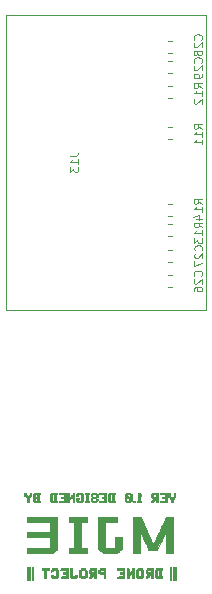
<source format=gbr>
%TF.GenerationSoftware,KiCad,Pcbnew,(5.1.6-0-10_14)*%
%TF.CreationDate,2020-11-30T17:01:27+08:00*%
%TF.ProjectId,Quadrotor,51756164-726f-4746-9f72-2e6b69636164,rev?*%
%TF.SameCoordinates,Original*%
%TF.FileFunction,Legend,Bot*%
%TF.FilePolarity,Positive*%
%FSLAX46Y46*%
G04 Gerber Fmt 4.6, Leading zero omitted, Abs format (unit mm)*
G04 Created by KiCad (PCBNEW (5.1.6-0-10_14)) date 2020-11-30 17:01:27*
%MOMM*%
%LPD*%
G01*
G04 APERTURE LIST*
%ADD10C,0.010000*%
%ADD11C,0.100000*%
G04 APERTURE END LIST*
D10*
%TO.C,G\u002A\u002A\u002A*%
G36*
X102025037Y-141384559D02*
G01*
X102020647Y-141492883D01*
X101972970Y-141497499D01*
X101939062Y-141504961D01*
X101924573Y-141525144D01*
X101920676Y-141549793D01*
X101911505Y-141585773D01*
X101889503Y-141600908D01*
X101882442Y-141602245D01*
X101859955Y-141601620D01*
X101850552Y-141585802D01*
X101848824Y-141553687D01*
X101846600Y-141518168D01*
X101834180Y-141503418D01*
X101802941Y-141500365D01*
X101798128Y-141500353D01*
X101765365Y-141497159D01*
X101744915Y-141483897D01*
X101733982Y-141455051D01*
X101729765Y-141405102D01*
X101729295Y-141364661D01*
X101729295Y-141276236D01*
X101594824Y-141276236D01*
X101594824Y-141513401D01*
X101643383Y-141518083D01*
X101677652Y-141525366D01*
X101692400Y-141544821D01*
X101696558Y-141570443D01*
X101704019Y-141604350D01*
X101724203Y-141618839D01*
X101748852Y-141622737D01*
X101796530Y-141627353D01*
X101804000Y-141844000D01*
X101811471Y-142060648D01*
X101882442Y-142065201D01*
X101953412Y-142069755D01*
X101953412Y-141862748D01*
X101954078Y-141772292D01*
X101956976Y-141707480D01*
X101963457Y-141664087D01*
X101974874Y-141637888D01*
X101992578Y-141624659D01*
X102017921Y-141620175D01*
X102031106Y-141619883D01*
X102059266Y-141616635D01*
X102070813Y-141600904D01*
X102072942Y-141567589D01*
X102075255Y-141532540D01*
X102088304Y-141518166D01*
X102121255Y-141515301D01*
X102125236Y-141515295D01*
X102177530Y-141515295D01*
X102177530Y-141276236D01*
X102029427Y-141276236D01*
X102025037Y-141384559D01*
G37*
X102025037Y-141384559D02*
X102020647Y-141492883D01*
X101972970Y-141497499D01*
X101939062Y-141504961D01*
X101924573Y-141525144D01*
X101920676Y-141549793D01*
X101911505Y-141585773D01*
X101889503Y-141600908D01*
X101882442Y-141602245D01*
X101859955Y-141601620D01*
X101850552Y-141585802D01*
X101848824Y-141553687D01*
X101846600Y-141518168D01*
X101834180Y-141503418D01*
X101802941Y-141500365D01*
X101798128Y-141500353D01*
X101765365Y-141497159D01*
X101744915Y-141483897D01*
X101733982Y-141455051D01*
X101729765Y-141405102D01*
X101729295Y-141364661D01*
X101729295Y-141276236D01*
X101594824Y-141276236D01*
X101594824Y-141513401D01*
X101643383Y-141518083D01*
X101677652Y-141525366D01*
X101692400Y-141544821D01*
X101696558Y-141570443D01*
X101704019Y-141604350D01*
X101724203Y-141618839D01*
X101748852Y-141622737D01*
X101796530Y-141627353D01*
X101804000Y-141844000D01*
X101811471Y-142060648D01*
X101882442Y-142065201D01*
X101953412Y-142069755D01*
X101953412Y-141862748D01*
X101954078Y-141772292D01*
X101956976Y-141707480D01*
X101963457Y-141664087D01*
X101974874Y-141637888D01*
X101992578Y-141624659D01*
X102017921Y-141620175D01*
X102031106Y-141619883D01*
X102059266Y-141616635D01*
X102070813Y-141600904D01*
X102072942Y-141567589D01*
X102075255Y-141532540D01*
X102088304Y-141518166D01*
X102121255Y-141515301D01*
X102125236Y-141515295D01*
X102177530Y-141515295D01*
X102177530Y-141276236D01*
X102029427Y-141276236D01*
X102025037Y-141384559D01*
G36*
X102416589Y-141328530D02*
G01*
X102414276Y-141363579D01*
X102401226Y-141377953D01*
X102368275Y-141380817D01*
X102364295Y-141380824D01*
X102312000Y-141380824D01*
X102312000Y-141617989D01*
X102360559Y-141622671D01*
X102394210Y-141629409D01*
X102407268Y-141646848D01*
X102409118Y-141672177D01*
X102405334Y-141703604D01*
X102387806Y-141717347D01*
X102360559Y-141721682D01*
X102312000Y-141726364D01*
X102312000Y-141963530D01*
X102363348Y-141963530D01*
X102398448Y-141966429D01*
X102413882Y-141980947D01*
X102419377Y-142012089D01*
X102424059Y-142060648D01*
X102909647Y-142068858D01*
X102909647Y-142008723D01*
X102908100Y-141970305D01*
X102898444Y-141953172D01*
X102880830Y-141950080D01*
X102640706Y-141950080D01*
X102554795Y-141945599D01*
X102468883Y-141941118D01*
X102468883Y-141746883D01*
X102554795Y-141742402D01*
X102640706Y-141737921D01*
X102640706Y-141950080D01*
X102880830Y-141950080D01*
X102873161Y-141948734D01*
X102857016Y-141948589D01*
X102804385Y-141948589D01*
X102808458Y-141675912D01*
X102809517Y-141604942D01*
X102640706Y-141604942D01*
X102460047Y-141604942D01*
X102468883Y-141403236D01*
X102554795Y-141398755D01*
X102640706Y-141394274D01*
X102640706Y-141604942D01*
X102809517Y-141604942D01*
X102812530Y-141403236D01*
X102861089Y-141398554D01*
X102892452Y-141393107D01*
X102906228Y-141378718D01*
X102909592Y-141346002D01*
X102909647Y-141335054D01*
X102909647Y-141276236D01*
X102416589Y-141276236D01*
X102416589Y-141328530D01*
G37*
X102416589Y-141328530D02*
X102414276Y-141363579D01*
X102401226Y-141377953D01*
X102368275Y-141380817D01*
X102364295Y-141380824D01*
X102312000Y-141380824D01*
X102312000Y-141617989D01*
X102360559Y-141622671D01*
X102394210Y-141629409D01*
X102407268Y-141646848D01*
X102409118Y-141672177D01*
X102405334Y-141703604D01*
X102387806Y-141717347D01*
X102360559Y-141721682D01*
X102312000Y-141726364D01*
X102312000Y-141963530D01*
X102363348Y-141963530D01*
X102398448Y-141966429D01*
X102413882Y-141980947D01*
X102419377Y-142012089D01*
X102424059Y-142060648D01*
X102909647Y-142068858D01*
X102909647Y-142008723D01*
X102908100Y-141970305D01*
X102898444Y-141953172D01*
X102880830Y-141950080D01*
X102640706Y-141950080D01*
X102554795Y-141945599D01*
X102468883Y-141941118D01*
X102468883Y-141746883D01*
X102554795Y-141742402D01*
X102640706Y-141737921D01*
X102640706Y-141950080D01*
X102880830Y-141950080D01*
X102873161Y-141948734D01*
X102857016Y-141948589D01*
X102804385Y-141948589D01*
X102808458Y-141675912D01*
X102809517Y-141604942D01*
X102640706Y-141604942D01*
X102460047Y-141604942D01*
X102468883Y-141403236D01*
X102554795Y-141398755D01*
X102640706Y-141394274D01*
X102640706Y-141604942D01*
X102809517Y-141604942D01*
X102812530Y-141403236D01*
X102861089Y-141398554D01*
X102892452Y-141393107D01*
X102906228Y-141378718D01*
X102909592Y-141346002D01*
X102909647Y-141335054D01*
X102909647Y-141276236D01*
X102416589Y-141276236D01*
X102416589Y-141328530D01*
G36*
X103878035Y-141324795D02*
G01*
X103871042Y-141358346D01*
X103852246Y-141374191D01*
X103821059Y-141380824D01*
X103768765Y-141388295D01*
X103768765Y-141956059D01*
X103821059Y-141963530D01*
X103856946Y-141972146D01*
X103872884Y-141990459D01*
X103878035Y-142019559D01*
X103882717Y-142068118D01*
X104358942Y-142068118D01*
X104358942Y-142009300D01*
X104356942Y-141971118D01*
X104346159Y-141953391D01*
X104319417Y-141946738D01*
X104310383Y-141945800D01*
X104261824Y-141941118D01*
X104261824Y-141741763D01*
X104102509Y-141741763D01*
X104102476Y-141817100D01*
X104101555Y-141877321D01*
X104099813Y-141917046D01*
X104098027Y-141930115D01*
X104082106Y-141942130D01*
X104043896Y-141946539D01*
X104004269Y-141945604D01*
X103918177Y-141941118D01*
X103918177Y-141403236D01*
X104097471Y-141403236D01*
X104101582Y-141656687D01*
X104102509Y-141741763D01*
X104261824Y-141741763D01*
X104261824Y-141403236D01*
X104310383Y-141398554D01*
X104341746Y-141393107D01*
X104355522Y-141378718D01*
X104358886Y-141346002D01*
X104358942Y-141335054D01*
X104358942Y-141276236D01*
X103882717Y-141276236D01*
X103878035Y-141324795D01*
G37*
X103878035Y-141324795D02*
X103871042Y-141358346D01*
X103852246Y-141374191D01*
X103821059Y-141380824D01*
X103768765Y-141388295D01*
X103768765Y-141956059D01*
X103821059Y-141963530D01*
X103856946Y-141972146D01*
X103872884Y-141990459D01*
X103878035Y-142019559D01*
X103882717Y-142068118D01*
X104358942Y-142068118D01*
X104358942Y-142009300D01*
X104356942Y-141971118D01*
X104346159Y-141953391D01*
X104319417Y-141946738D01*
X104310383Y-141945800D01*
X104261824Y-141941118D01*
X104261824Y-141741763D01*
X104102509Y-141741763D01*
X104102476Y-141817100D01*
X104101555Y-141877321D01*
X104099813Y-141917046D01*
X104098027Y-141930115D01*
X104082106Y-141942130D01*
X104043896Y-141946539D01*
X104004269Y-141945604D01*
X103918177Y-141941118D01*
X103918177Y-141403236D01*
X104097471Y-141403236D01*
X104101582Y-141656687D01*
X104102509Y-141741763D01*
X104261824Y-141741763D01*
X104261824Y-141403236D01*
X104310383Y-141398554D01*
X104341746Y-141393107D01*
X104355522Y-141378718D01*
X104358886Y-141346002D01*
X104358942Y-141335054D01*
X104358942Y-141276236D01*
X103882717Y-141276236D01*
X103878035Y-141324795D01*
G36*
X104493412Y-141394966D02*
G01*
X104713795Y-141399101D01*
X104934177Y-141403236D01*
X104938580Y-141503421D01*
X104942982Y-141603606D01*
X104725000Y-141612412D01*
X104715812Y-141739412D01*
X104943013Y-141739412D01*
X104934177Y-141941118D01*
X104713795Y-141945253D01*
X104493412Y-141949388D01*
X104493412Y-142068118D01*
X105091059Y-142068118D01*
X105091059Y-141276236D01*
X104493412Y-141276236D01*
X104493412Y-141394966D01*
G37*
X104493412Y-141394966D02*
X104713795Y-141399101D01*
X104934177Y-141403236D01*
X104938580Y-141503421D01*
X104942982Y-141603606D01*
X104725000Y-141612412D01*
X104715812Y-141739412D01*
X104943013Y-141739412D01*
X104934177Y-141941118D01*
X104713795Y-141945253D01*
X104493412Y-141949388D01*
X104493412Y-142068118D01*
X105091059Y-142068118D01*
X105091059Y-141276236D01*
X104493412Y-141276236D01*
X104493412Y-141394966D01*
G36*
X105670684Y-141384559D02*
G01*
X105666295Y-141492883D01*
X105610265Y-141497520D01*
X105573537Y-141502748D01*
X105557823Y-141516030D01*
X105554268Y-141546222D01*
X105554236Y-141553549D01*
X105551863Y-141588000D01*
X105538639Y-141602130D01*
X105505408Y-141604937D01*
X105501942Y-141604942D01*
X105466881Y-141607289D01*
X105452501Y-141620244D01*
X105449652Y-141652678D01*
X105449647Y-141655637D01*
X105440467Y-141699829D01*
X105412071Y-141721563D01*
X105388661Y-141724471D01*
X105383750Y-141710332D01*
X105379659Y-141671115D01*
X105376682Y-141611618D01*
X105375111Y-141536641D01*
X105374942Y-141500353D01*
X105374942Y-141276236D01*
X105225530Y-141276236D01*
X105225530Y-142068118D01*
X105374942Y-142068118D01*
X105374942Y-141844000D01*
X105426289Y-141844000D01*
X105461389Y-141841102D01*
X105476824Y-141826583D01*
X105482318Y-141795442D01*
X105489312Y-141761891D01*
X105508108Y-141746045D01*
X105539295Y-141739412D01*
X105575418Y-141730608D01*
X105592223Y-141711239D01*
X105599059Y-141679648D01*
X105608869Y-141642546D01*
X105627062Y-141628245D01*
X105636412Y-141627353D01*
X105648014Y-141628955D01*
X105656285Y-141636741D01*
X105661918Y-141655182D01*
X105665601Y-141688748D01*
X105668025Y-141741909D01*
X105669879Y-141819136D01*
X105670429Y-141847736D01*
X105674564Y-142068118D01*
X105808236Y-142068118D01*
X105808236Y-141276236D01*
X105675074Y-141276236D01*
X105670684Y-141384559D01*
G37*
X105670684Y-141384559D02*
X105666295Y-141492883D01*
X105610265Y-141497520D01*
X105573537Y-141502748D01*
X105557823Y-141516030D01*
X105554268Y-141546222D01*
X105554236Y-141553549D01*
X105551863Y-141588000D01*
X105538639Y-141602130D01*
X105505408Y-141604937D01*
X105501942Y-141604942D01*
X105466881Y-141607289D01*
X105452501Y-141620244D01*
X105449652Y-141652678D01*
X105449647Y-141655637D01*
X105440467Y-141699829D01*
X105412071Y-141721563D01*
X105388661Y-141724471D01*
X105383750Y-141710332D01*
X105379659Y-141671115D01*
X105376682Y-141611618D01*
X105375111Y-141536641D01*
X105374942Y-141500353D01*
X105374942Y-141276236D01*
X105225530Y-141276236D01*
X105225530Y-142068118D01*
X105374942Y-142068118D01*
X105374942Y-141844000D01*
X105426289Y-141844000D01*
X105461389Y-141841102D01*
X105476824Y-141826583D01*
X105482318Y-141795442D01*
X105489312Y-141761891D01*
X105508108Y-141746045D01*
X105539295Y-141739412D01*
X105575418Y-141730608D01*
X105592223Y-141711239D01*
X105599059Y-141679648D01*
X105608869Y-141642546D01*
X105627062Y-141628245D01*
X105636412Y-141627353D01*
X105648014Y-141628955D01*
X105656285Y-141636741D01*
X105661918Y-141655182D01*
X105665601Y-141688748D01*
X105668025Y-141741909D01*
X105669879Y-141819136D01*
X105670429Y-141847736D01*
X105674564Y-142068118D01*
X105808236Y-142068118D01*
X105808236Y-141276236D01*
X105675074Y-141276236D01*
X105670684Y-141384559D01*
G36*
X106059447Y-141324795D02*
G01*
X106052454Y-141358346D01*
X106033657Y-141374191D01*
X106002471Y-141380824D01*
X105968883Y-141387857D01*
X105954007Y-141402461D01*
X105950263Y-141434383D01*
X105950177Y-141448059D01*
X105950177Y-141507824D01*
X106090221Y-141516854D01*
X106099589Y-141403236D01*
X106383471Y-141403236D01*
X106387545Y-141676457D01*
X106391620Y-141949679D01*
X106245604Y-141945399D01*
X106099589Y-141941118D01*
X106099589Y-141896295D01*
X106102583Y-141866564D01*
X106117417Y-141852737D01*
X106152870Y-141847065D01*
X106155618Y-141846834D01*
X106191585Y-141842005D01*
X106207502Y-141829355D01*
X106211533Y-141799545D01*
X106211647Y-141782752D01*
X106211647Y-141723308D01*
X105950177Y-141731942D01*
X105950177Y-141956059D01*
X106002471Y-141963530D01*
X106038358Y-141972146D01*
X106054296Y-141990459D01*
X106059447Y-142019559D01*
X106064129Y-142068118D01*
X106437677Y-142068118D01*
X106432986Y-142019559D01*
X106432145Y-141987612D01*
X106443383Y-141972944D01*
X106474773Y-141967192D01*
X106484324Y-141966363D01*
X106540353Y-141961726D01*
X106540353Y-141382717D01*
X106491795Y-141378035D01*
X106457566Y-141370791D01*
X106442822Y-141351312D01*
X106438554Y-141324795D01*
X106433872Y-141276236D01*
X106064129Y-141276236D01*
X106059447Y-141324795D01*
G37*
X106059447Y-141324795D02*
X106052454Y-141358346D01*
X106033657Y-141374191D01*
X106002471Y-141380824D01*
X105968883Y-141387857D01*
X105954007Y-141402461D01*
X105950263Y-141434383D01*
X105950177Y-141448059D01*
X105950177Y-141507824D01*
X106090221Y-141516854D01*
X106099589Y-141403236D01*
X106383471Y-141403236D01*
X106387545Y-141676457D01*
X106391620Y-141949679D01*
X106245604Y-141945399D01*
X106099589Y-141941118D01*
X106099589Y-141896295D01*
X106102583Y-141866564D01*
X106117417Y-141852737D01*
X106152870Y-141847065D01*
X106155618Y-141846834D01*
X106191585Y-141842005D01*
X106207502Y-141829355D01*
X106211533Y-141799545D01*
X106211647Y-141782752D01*
X106211647Y-141723308D01*
X105950177Y-141731942D01*
X105950177Y-141956059D01*
X106002471Y-141963530D01*
X106038358Y-141972146D01*
X106054296Y-141990459D01*
X106059447Y-142019559D01*
X106064129Y-142068118D01*
X106437677Y-142068118D01*
X106432986Y-142019559D01*
X106432145Y-141987612D01*
X106443383Y-141972944D01*
X106474773Y-141967192D01*
X106484324Y-141966363D01*
X106540353Y-141961726D01*
X106540353Y-141382717D01*
X106491795Y-141378035D01*
X106457566Y-141370791D01*
X106442822Y-141351312D01*
X106438554Y-141324795D01*
X106433872Y-141276236D01*
X106064129Y-141276236D01*
X106059447Y-141324795D01*
G36*
X106689765Y-141335054D02*
G01*
X106691765Y-141373236D01*
X106702548Y-141390962D01*
X106729290Y-141397616D01*
X106738324Y-141398554D01*
X106786883Y-141403236D01*
X106790955Y-141675912D01*
X106795027Y-141948589D01*
X106742396Y-141948589D01*
X106708699Y-141950378D01*
X106693725Y-141961491D01*
X106689884Y-141990543D01*
X106689765Y-142008353D01*
X106689765Y-142068118D01*
X107063295Y-142068118D01*
X107063295Y-142009255D01*
X107061496Y-141971189D01*
X107050576Y-141953602D01*
X107022246Y-141947101D01*
X107007265Y-141945755D01*
X106951236Y-141941118D01*
X106947157Y-141676283D01*
X106943079Y-141411448D01*
X106984510Y-141402359D01*
X107030053Y-141390931D01*
X107053493Y-141378015D01*
X107062132Y-141356810D01*
X107063295Y-141328999D01*
X107063295Y-141276236D01*
X106689765Y-141276236D01*
X106689765Y-141335054D01*
G37*
X106689765Y-141335054D02*
X106691765Y-141373236D01*
X106702548Y-141390962D01*
X106729290Y-141397616D01*
X106738324Y-141398554D01*
X106786883Y-141403236D01*
X106790955Y-141675912D01*
X106795027Y-141948589D01*
X106742396Y-141948589D01*
X106708699Y-141950378D01*
X106693725Y-141961491D01*
X106689884Y-141990543D01*
X106689765Y-142008353D01*
X106689765Y-142068118D01*
X107063295Y-142068118D01*
X107063295Y-142009255D01*
X107061496Y-141971189D01*
X107050576Y-141953602D01*
X107022246Y-141947101D01*
X107007265Y-141945755D01*
X106951236Y-141941118D01*
X106947157Y-141676283D01*
X106943079Y-141411448D01*
X106984510Y-141402359D01*
X107030053Y-141390931D01*
X107053493Y-141378015D01*
X107062132Y-141356810D01*
X107063295Y-141328999D01*
X107063295Y-141276236D01*
X106689765Y-141276236D01*
X106689765Y-141335054D01*
G36*
X107299565Y-141324795D02*
G01*
X107292321Y-141359023D01*
X107272842Y-141373767D01*
X107246324Y-141378035D01*
X107216287Y-141382889D01*
X107202185Y-141395588D01*
X107198008Y-141424914D01*
X107197765Y-141449006D01*
X107197765Y-141515295D01*
X107265000Y-141515295D01*
X107306408Y-141513873D01*
X107326060Y-141506317D01*
X107332059Y-141487692D01*
X107332465Y-141474206D01*
X107335020Y-141438409D01*
X107345693Y-141415435D01*
X107369713Y-141402792D01*
X107412310Y-141397984D01*
X107478713Y-141398518D01*
X107490382Y-141398883D01*
X107623589Y-141403236D01*
X107632425Y-141604942D01*
X107304157Y-141604942D01*
X107299520Y-141660971D01*
X107293799Y-141698201D01*
X107279383Y-141715179D01*
X107247833Y-141721535D01*
X107246324Y-141721682D01*
X107197765Y-141726364D01*
X107197765Y-141961637D01*
X107246324Y-141966318D01*
X107280553Y-141973562D01*
X107295296Y-141993042D01*
X107299565Y-142019559D01*
X107304247Y-142068118D01*
X107673989Y-142068118D01*
X107678671Y-142019559D01*
X107685915Y-141985330D01*
X107705395Y-141970587D01*
X107731912Y-141966318D01*
X107761815Y-141961521D01*
X107775946Y-141948982D01*
X107780202Y-141919981D01*
X107780471Y-141894529D01*
X107780471Y-141827422D01*
X107709500Y-141831976D01*
X107666637Y-141835876D01*
X107645188Y-141844839D01*
X107636734Y-141865612D01*
X107633893Y-141892559D01*
X107629255Y-141948589D01*
X107488501Y-141948589D01*
X107417136Y-141947595D01*
X107370753Y-141941730D01*
X107344456Y-141926667D01*
X107333349Y-141898079D01*
X107332536Y-141851640D01*
X107334988Y-141812920D01*
X107339706Y-141746883D01*
X107506921Y-141742666D01*
X107674136Y-141738450D01*
X107678745Y-141682902D01*
X107684519Y-141645864D01*
X107699177Y-141629033D01*
X107731258Y-141622735D01*
X107731912Y-141622671D01*
X107780471Y-141617989D01*
X107780471Y-141382717D01*
X107731912Y-141378035D01*
X107697683Y-141370791D01*
X107682940Y-141351312D01*
X107678671Y-141324795D01*
X107673989Y-141276236D01*
X107304247Y-141276236D01*
X107299565Y-141324795D01*
G37*
X107299565Y-141324795D02*
X107292321Y-141359023D01*
X107272842Y-141373767D01*
X107246324Y-141378035D01*
X107216287Y-141382889D01*
X107202185Y-141395588D01*
X107198008Y-141424914D01*
X107197765Y-141449006D01*
X107197765Y-141515295D01*
X107265000Y-141515295D01*
X107306408Y-141513873D01*
X107326060Y-141506317D01*
X107332059Y-141487692D01*
X107332465Y-141474206D01*
X107335020Y-141438409D01*
X107345693Y-141415435D01*
X107369713Y-141402792D01*
X107412310Y-141397984D01*
X107478713Y-141398518D01*
X107490382Y-141398883D01*
X107623589Y-141403236D01*
X107632425Y-141604942D01*
X107304157Y-141604942D01*
X107299520Y-141660971D01*
X107293799Y-141698201D01*
X107279383Y-141715179D01*
X107247833Y-141721535D01*
X107246324Y-141721682D01*
X107197765Y-141726364D01*
X107197765Y-141961637D01*
X107246324Y-141966318D01*
X107280553Y-141973562D01*
X107295296Y-141993042D01*
X107299565Y-142019559D01*
X107304247Y-142068118D01*
X107673989Y-142068118D01*
X107678671Y-142019559D01*
X107685915Y-141985330D01*
X107705395Y-141970587D01*
X107731912Y-141966318D01*
X107761815Y-141961521D01*
X107775946Y-141948982D01*
X107780202Y-141919981D01*
X107780471Y-141894529D01*
X107780471Y-141827422D01*
X107709500Y-141831976D01*
X107666637Y-141835876D01*
X107645188Y-141844839D01*
X107636734Y-141865612D01*
X107633893Y-141892559D01*
X107629255Y-141948589D01*
X107488501Y-141948589D01*
X107417136Y-141947595D01*
X107370753Y-141941730D01*
X107344456Y-141926667D01*
X107333349Y-141898079D01*
X107332536Y-141851640D01*
X107334988Y-141812920D01*
X107339706Y-141746883D01*
X107506921Y-141742666D01*
X107674136Y-141738450D01*
X107678745Y-141682902D01*
X107684519Y-141645864D01*
X107699177Y-141629033D01*
X107731258Y-141622735D01*
X107731912Y-141622671D01*
X107780471Y-141617989D01*
X107780471Y-141382717D01*
X107731912Y-141378035D01*
X107697683Y-141370791D01*
X107682940Y-141351312D01*
X107678671Y-141324795D01*
X107673989Y-141276236D01*
X107304247Y-141276236D01*
X107299565Y-141324795D01*
G36*
X107914942Y-141394966D02*
G01*
X108355706Y-141403236D01*
X108364512Y-141603606D01*
X108146530Y-141612412D01*
X108146530Y-141731942D01*
X108254853Y-141736331D01*
X108363177Y-141740721D01*
X108363177Y-141948589D01*
X107914942Y-141948589D01*
X107914942Y-142068118D01*
X108512589Y-142068118D01*
X108512589Y-141276236D01*
X107914942Y-141276236D01*
X107914942Y-141394966D01*
G37*
X107914942Y-141394966D02*
X108355706Y-141403236D01*
X108364512Y-141603606D01*
X108146530Y-141612412D01*
X108146530Y-141731942D01*
X108254853Y-141736331D01*
X108363177Y-141740721D01*
X108363177Y-141948589D01*
X107914942Y-141948589D01*
X107914942Y-142068118D01*
X108512589Y-142068118D01*
X108512589Y-141276236D01*
X107914942Y-141276236D01*
X107914942Y-141394966D01*
G36*
X108748859Y-141324795D02*
G01*
X108741615Y-141359023D01*
X108722136Y-141373767D01*
X108695618Y-141378035D01*
X108647059Y-141382717D01*
X108647059Y-141963530D01*
X108699353Y-141963530D01*
X108734403Y-141965843D01*
X108748776Y-141978892D01*
X108751641Y-142011844D01*
X108751647Y-142015824D01*
X108751647Y-142068118D01*
X108991175Y-142068118D01*
X109084094Y-142067645D01*
X109151117Y-142065996D01*
X109196218Y-142062831D01*
X109223373Y-142057806D01*
X109236555Y-142050579D01*
X109238886Y-142046793D01*
X109243468Y-142015335D01*
X109242153Y-141990764D01*
X109231144Y-141964995D01*
X109202128Y-141951653D01*
X109184942Y-141948589D01*
X108976439Y-141948589D01*
X108795797Y-141948589D01*
X108799869Y-141675912D01*
X108803942Y-141403236D01*
X108968295Y-141403236D01*
X108972367Y-141675912D01*
X108976439Y-141948589D01*
X109184942Y-141948589D01*
X109132647Y-141941118D01*
X109132647Y-141403236D01*
X109184942Y-141395765D01*
X109219715Y-141387876D01*
X109235585Y-141370939D01*
X109241660Y-141334794D01*
X109241873Y-141332265D01*
X109246510Y-141276236D01*
X108753541Y-141276236D01*
X108748859Y-141324795D01*
G37*
X108748859Y-141324795D02*
X108741615Y-141359023D01*
X108722136Y-141373767D01*
X108695618Y-141378035D01*
X108647059Y-141382717D01*
X108647059Y-141963530D01*
X108699353Y-141963530D01*
X108734403Y-141965843D01*
X108748776Y-141978892D01*
X108751641Y-142011844D01*
X108751647Y-142015824D01*
X108751647Y-142068118D01*
X108991175Y-142068118D01*
X109084094Y-142067645D01*
X109151117Y-142065996D01*
X109196218Y-142062831D01*
X109223373Y-142057806D01*
X109236555Y-142050579D01*
X109238886Y-142046793D01*
X109243468Y-142015335D01*
X109242153Y-141990764D01*
X109231144Y-141964995D01*
X109202128Y-141951653D01*
X109184942Y-141948589D01*
X108976439Y-141948589D01*
X108795797Y-141948589D01*
X108799869Y-141675912D01*
X108803942Y-141403236D01*
X108968295Y-141403236D01*
X108972367Y-141675912D01*
X108976439Y-141948589D01*
X109184942Y-141948589D01*
X109132647Y-141941118D01*
X109132647Y-141403236D01*
X109184942Y-141395765D01*
X109219715Y-141387876D01*
X109235585Y-141370939D01*
X109241660Y-141334794D01*
X109241873Y-141332265D01*
X109246510Y-141276236D01*
X108753541Y-141276236D01*
X108748859Y-141324795D01*
G36*
X110183212Y-141324795D02*
G01*
X110175968Y-141359023D01*
X110156489Y-141373767D01*
X110129971Y-141378035D01*
X110081412Y-141382717D01*
X110081412Y-141963530D01*
X110133706Y-141963530D01*
X110168755Y-141965843D01*
X110183129Y-141978892D01*
X110185994Y-142011844D01*
X110186000Y-142015824D01*
X110186000Y-142068118D01*
X110559530Y-142068118D01*
X110559530Y-142016726D01*
X110561916Y-141982840D01*
X110574978Y-141967346D01*
X110607574Y-141961387D01*
X110615559Y-141960696D01*
X110671589Y-141956059D01*
X110671589Y-141908994D01*
X110529964Y-141908994D01*
X110521895Y-141929186D01*
X110498308Y-141941134D01*
X110454669Y-141946905D01*
X110386443Y-141948566D01*
X110373234Y-141948589D01*
X110230824Y-141948589D01*
X110230824Y-141783197D01*
X110231045Y-141711207D01*
X110232411Y-141664069D01*
X110235974Y-141636752D01*
X110242788Y-141624225D01*
X110253905Y-141621456D01*
X110264442Y-141622579D01*
X110288125Y-141632294D01*
X110299568Y-141658231D01*
X110302644Y-141682499D01*
X110308496Y-141719406D01*
X110323353Y-141736123D01*
X110354938Y-141742264D01*
X110388857Y-141749718D01*
X110403355Y-141769875D01*
X110407266Y-141794592D01*
X110413594Y-141826586D01*
X110430621Y-141841214D01*
X110466907Y-141846886D01*
X110508611Y-141855908D01*
X110526331Y-141875442D01*
X110527052Y-141878491D01*
X110529964Y-141908994D01*
X110671589Y-141908994D01*
X110671589Y-141621966D01*
X110528022Y-141621966D01*
X110526286Y-141674414D01*
X110520375Y-141705730D01*
X110509365Y-141720243D01*
X110492333Y-141722284D01*
X110488604Y-141721670D01*
X110466051Y-141702597D01*
X110454942Y-141664537D01*
X110446115Y-141628518D01*
X110426683Y-141611750D01*
X110395177Y-141604942D01*
X110359290Y-141596325D01*
X110343352Y-141578013D01*
X110338201Y-141548912D01*
X110332076Y-141516197D01*
X110315768Y-141502848D01*
X110281225Y-141500353D01*
X110246429Y-141498278D01*
X110233185Y-141486407D01*
X110233190Y-141456274D01*
X110233613Y-141451795D01*
X110238295Y-141403236D01*
X110522177Y-141403236D01*
X110526507Y-141544056D01*
X110528022Y-141621966D01*
X110671589Y-141621966D01*
X110671589Y-141388295D01*
X110619295Y-141380824D01*
X110583408Y-141372208D01*
X110567470Y-141353895D01*
X110562318Y-141324795D01*
X110557637Y-141276236D01*
X110187894Y-141276236D01*
X110183212Y-141324795D01*
G37*
X110183212Y-141324795D02*
X110175968Y-141359023D01*
X110156489Y-141373767D01*
X110129971Y-141378035D01*
X110081412Y-141382717D01*
X110081412Y-141963530D01*
X110133706Y-141963530D01*
X110168755Y-141965843D01*
X110183129Y-141978892D01*
X110185994Y-142011844D01*
X110186000Y-142015824D01*
X110186000Y-142068118D01*
X110559530Y-142068118D01*
X110559530Y-142016726D01*
X110561916Y-141982840D01*
X110574978Y-141967346D01*
X110607574Y-141961387D01*
X110615559Y-141960696D01*
X110671589Y-141956059D01*
X110671589Y-141908994D01*
X110529964Y-141908994D01*
X110521895Y-141929186D01*
X110498308Y-141941134D01*
X110454669Y-141946905D01*
X110386443Y-141948566D01*
X110373234Y-141948589D01*
X110230824Y-141948589D01*
X110230824Y-141783197D01*
X110231045Y-141711207D01*
X110232411Y-141664069D01*
X110235974Y-141636752D01*
X110242788Y-141624225D01*
X110253905Y-141621456D01*
X110264442Y-141622579D01*
X110288125Y-141632294D01*
X110299568Y-141658231D01*
X110302644Y-141682499D01*
X110308496Y-141719406D01*
X110323353Y-141736123D01*
X110354938Y-141742264D01*
X110388857Y-141749718D01*
X110403355Y-141769875D01*
X110407266Y-141794592D01*
X110413594Y-141826586D01*
X110430621Y-141841214D01*
X110466907Y-141846886D01*
X110508611Y-141855908D01*
X110526331Y-141875442D01*
X110527052Y-141878491D01*
X110529964Y-141908994D01*
X110671589Y-141908994D01*
X110671589Y-141621966D01*
X110528022Y-141621966D01*
X110526286Y-141674414D01*
X110520375Y-141705730D01*
X110509365Y-141720243D01*
X110492333Y-141722284D01*
X110488604Y-141721670D01*
X110466051Y-141702597D01*
X110454942Y-141664537D01*
X110446115Y-141628518D01*
X110426683Y-141611750D01*
X110395177Y-141604942D01*
X110359290Y-141596325D01*
X110343352Y-141578013D01*
X110338201Y-141548912D01*
X110332076Y-141516197D01*
X110315768Y-141502848D01*
X110281225Y-141500353D01*
X110246429Y-141498278D01*
X110233185Y-141486407D01*
X110233190Y-141456274D01*
X110233613Y-141451795D01*
X110238295Y-141403236D01*
X110522177Y-141403236D01*
X110526507Y-141544056D01*
X110528022Y-141621966D01*
X110671589Y-141621966D01*
X110671589Y-141388295D01*
X110619295Y-141380824D01*
X110583408Y-141372208D01*
X110567470Y-141353895D01*
X110562318Y-141324795D01*
X110557637Y-141276236D01*
X110187894Y-141276236D01*
X110183212Y-141324795D01*
G36*
X110813530Y-142068118D02*
G01*
X110962942Y-142068118D01*
X110962942Y-141948589D01*
X110813530Y-141948589D01*
X110813530Y-142068118D01*
G37*
X110813530Y-142068118D02*
X110962942Y-142068118D01*
X110962942Y-141948589D01*
X110813530Y-141948589D01*
X110813530Y-142068118D01*
G36*
X111194530Y-141941118D02*
G01*
X111138500Y-141945755D01*
X111102409Y-141950632D01*
X111086528Y-141963419D01*
X111082572Y-141993508D01*
X111082471Y-142009255D01*
X111082471Y-142068118D01*
X111456000Y-142068118D01*
X111456000Y-142008353D01*
X111454417Y-141970088D01*
X111444642Y-141953083D01*
X111419137Y-141948722D01*
X111403706Y-141948589D01*
X111351412Y-141948589D01*
X111351412Y-141515295D01*
X111403706Y-141515295D01*
X111435838Y-141513859D01*
X111451054Y-141504132D01*
X111455678Y-141477979D01*
X111456000Y-141448059D01*
X111454884Y-141406747D01*
X111447318Y-141387184D01*
X111426977Y-141381239D01*
X111403706Y-141380824D01*
X111368657Y-141378511D01*
X111354283Y-141365462D01*
X111351419Y-141332510D01*
X111351412Y-141328530D01*
X111351412Y-141276236D01*
X111202572Y-141276236D01*
X111194530Y-141941118D01*
G37*
X111194530Y-141941118D02*
X111138500Y-141945755D01*
X111102409Y-141950632D01*
X111086528Y-141963419D01*
X111082572Y-141993508D01*
X111082471Y-142009255D01*
X111082471Y-142068118D01*
X111456000Y-142068118D01*
X111456000Y-142008353D01*
X111454417Y-141970088D01*
X111444642Y-141953083D01*
X111419137Y-141948722D01*
X111403706Y-141948589D01*
X111351412Y-141948589D01*
X111351412Y-141515295D01*
X111403706Y-141515295D01*
X111435838Y-141513859D01*
X111451054Y-141504132D01*
X111455678Y-141477979D01*
X111456000Y-141448059D01*
X111454884Y-141406747D01*
X111447318Y-141387184D01*
X111426977Y-141381239D01*
X111403706Y-141380824D01*
X111368657Y-141378511D01*
X111354283Y-141365462D01*
X111351419Y-141332510D01*
X111351412Y-141328530D01*
X111351412Y-141276236D01*
X111202572Y-141276236D01*
X111194530Y-141941118D01*
G36*
X112424388Y-141324795D02*
G01*
X112417144Y-141359023D01*
X112397665Y-141373767D01*
X112371147Y-141378035D01*
X112322589Y-141382717D01*
X112322589Y-141617989D01*
X112371147Y-141622671D01*
X112403445Y-141628831D01*
X112418316Y-141645278D01*
X112424198Y-141681641D01*
X112424344Y-141683383D01*
X112429597Y-141720123D01*
X112442855Y-141735840D01*
X112472829Y-141739384D01*
X112479491Y-141739412D01*
X112523733Y-141745445D01*
X112542675Y-141765133D01*
X112539193Y-141799311D01*
X112522458Y-141821439D01*
X112486552Y-141828952D01*
X112479366Y-141829059D01*
X112446121Y-141831524D01*
X112430887Y-141844817D01*
X112424973Y-141877788D01*
X112424344Y-141885089D01*
X112418623Y-141922319D01*
X112404207Y-141939297D01*
X112372657Y-141945653D01*
X112371147Y-141945800D01*
X112339784Y-141951246D01*
X112326008Y-141965636D01*
X112322644Y-141998352D01*
X112322589Y-142009300D01*
X112322589Y-142068118D01*
X112389824Y-142068118D01*
X112432016Y-142066065D01*
X112451941Y-142057785D01*
X112457057Y-142040100D01*
X112457059Y-142039458D01*
X112463914Y-141993174D01*
X112487261Y-141969451D01*
X112524991Y-141963530D01*
X112557860Y-141961017D01*
X112572942Y-141947583D01*
X112578830Y-141914382D01*
X112579422Y-141907500D01*
X112585176Y-141870239D01*
X112599585Y-141853252D01*
X112630936Y-141846933D01*
X112631737Y-141846855D01*
X112665644Y-141839393D01*
X112680133Y-141819210D01*
X112684031Y-141794561D01*
X112693202Y-141758581D01*
X112715204Y-141743446D01*
X112722265Y-141742108D01*
X112749640Y-141745583D01*
X112756669Y-141757050D01*
X112757308Y-141779923D01*
X112758371Y-141824928D01*
X112759679Y-141884319D01*
X112760404Y-141918706D01*
X112763353Y-142060648D01*
X112834324Y-142065201D01*
X112905295Y-142069755D01*
X112905295Y-141464167D01*
X112759161Y-141464167D01*
X112758847Y-141507824D01*
X112758406Y-141550998D01*
X112757525Y-141582597D01*
X112757282Y-141586806D01*
X112748915Y-141595949D01*
X112722700Y-141601156D01*
X112674508Y-141602847D01*
X112610206Y-141601747D01*
X112464530Y-141597471D01*
X112459812Y-141531434D01*
X112456757Y-141472184D01*
X112460978Y-141433312D01*
X112477359Y-141410526D01*
X112510785Y-141399534D01*
X112566141Y-141396044D01*
X112614226Y-141395765D01*
X112680992Y-141395673D01*
X112723393Y-141398225D01*
X112746905Y-141407663D01*
X112757003Y-141428229D01*
X112759161Y-141464167D01*
X112905295Y-141464167D01*
X112905295Y-141276236D01*
X112429070Y-141276236D01*
X112424388Y-141324795D01*
G37*
X112424388Y-141324795D02*
X112417144Y-141359023D01*
X112397665Y-141373767D01*
X112371147Y-141378035D01*
X112322589Y-141382717D01*
X112322589Y-141617989D01*
X112371147Y-141622671D01*
X112403445Y-141628831D01*
X112418316Y-141645278D01*
X112424198Y-141681641D01*
X112424344Y-141683383D01*
X112429597Y-141720123D01*
X112442855Y-141735840D01*
X112472829Y-141739384D01*
X112479491Y-141739412D01*
X112523733Y-141745445D01*
X112542675Y-141765133D01*
X112539193Y-141799311D01*
X112522458Y-141821439D01*
X112486552Y-141828952D01*
X112479366Y-141829059D01*
X112446121Y-141831524D01*
X112430887Y-141844817D01*
X112424973Y-141877788D01*
X112424344Y-141885089D01*
X112418623Y-141922319D01*
X112404207Y-141939297D01*
X112372657Y-141945653D01*
X112371147Y-141945800D01*
X112339784Y-141951246D01*
X112326008Y-141965636D01*
X112322644Y-141998352D01*
X112322589Y-142009300D01*
X112322589Y-142068118D01*
X112389824Y-142068118D01*
X112432016Y-142066065D01*
X112451941Y-142057785D01*
X112457057Y-142040100D01*
X112457059Y-142039458D01*
X112463914Y-141993174D01*
X112487261Y-141969451D01*
X112524991Y-141963530D01*
X112557860Y-141961017D01*
X112572942Y-141947583D01*
X112578830Y-141914382D01*
X112579422Y-141907500D01*
X112585176Y-141870239D01*
X112599585Y-141853252D01*
X112630936Y-141846933D01*
X112631737Y-141846855D01*
X112665644Y-141839393D01*
X112680133Y-141819210D01*
X112684031Y-141794561D01*
X112693202Y-141758581D01*
X112715204Y-141743446D01*
X112722265Y-141742108D01*
X112749640Y-141745583D01*
X112756669Y-141757050D01*
X112757308Y-141779923D01*
X112758371Y-141824928D01*
X112759679Y-141884319D01*
X112760404Y-141918706D01*
X112763353Y-142060648D01*
X112834324Y-142065201D01*
X112905295Y-142069755D01*
X112905295Y-141464167D01*
X112759161Y-141464167D01*
X112758847Y-141507824D01*
X112758406Y-141550998D01*
X112757525Y-141582597D01*
X112757282Y-141586806D01*
X112748915Y-141595949D01*
X112722700Y-141601156D01*
X112674508Y-141602847D01*
X112610206Y-141601747D01*
X112464530Y-141597471D01*
X112459812Y-141531434D01*
X112456757Y-141472184D01*
X112460978Y-141433312D01*
X112477359Y-141410526D01*
X112510785Y-141399534D01*
X112566141Y-141396044D01*
X112614226Y-141395765D01*
X112680992Y-141395673D01*
X112723393Y-141398225D01*
X112746905Y-141407663D01*
X112757003Y-141428229D01*
X112759161Y-141464167D01*
X112905295Y-141464167D01*
X112905295Y-141276236D01*
X112429070Y-141276236D01*
X112424388Y-141324795D01*
G36*
X113039765Y-141394966D02*
G01*
X113260147Y-141399101D01*
X113480530Y-141403236D01*
X113484933Y-141503421D01*
X113489335Y-141603606D01*
X113271353Y-141612412D01*
X113271353Y-141731942D01*
X113379677Y-141736331D01*
X113488000Y-141740721D01*
X113488000Y-141948589D01*
X113039765Y-141948589D01*
X113039765Y-142068118D01*
X113637412Y-142068118D01*
X113637412Y-141276236D01*
X113039765Y-141276236D01*
X113039765Y-141394966D01*
G37*
X113039765Y-141394966D02*
X113260147Y-141399101D01*
X113480530Y-141403236D01*
X113484933Y-141503421D01*
X113489335Y-141603606D01*
X113271353Y-141612412D01*
X113271353Y-141731942D01*
X113379677Y-141736331D01*
X113488000Y-141740721D01*
X113488000Y-141948589D01*
X113039765Y-141948589D01*
X113039765Y-142068118D01*
X113637412Y-142068118D01*
X113637412Y-141276236D01*
X113039765Y-141276236D01*
X113039765Y-141394966D01*
G36*
X114216888Y-141436853D02*
G01*
X114212647Y-141597471D01*
X114160353Y-141604942D01*
X114108059Y-141612412D01*
X114103650Y-141721687D01*
X114100777Y-141777766D01*
X114096368Y-141810013D01*
X114088266Y-141824467D01*
X114074312Y-141827173D01*
X114066297Y-141826275D01*
X114049090Y-141821165D01*
X114038694Y-141807494D01*
X114032922Y-141778639D01*
X114029587Y-141727980D01*
X114028964Y-141713265D01*
X114024574Y-141604942D01*
X113921295Y-141604942D01*
X113921295Y-141276236D01*
X113771883Y-141276236D01*
X113771883Y-141617989D01*
X113820442Y-141622671D01*
X113869000Y-141627353D01*
X113873390Y-141735677D01*
X113877780Y-141844000D01*
X113927821Y-141844000D01*
X113960287Y-141847248D01*
X113980551Y-141860665D01*
X113991382Y-141889757D01*
X113995548Y-141940033D01*
X113996000Y-141979693D01*
X113996000Y-142068118D01*
X114144103Y-142068118D01*
X114148493Y-141959795D01*
X114152883Y-141851471D01*
X114201442Y-141846789D01*
X114250000Y-141842107D01*
X114250000Y-141740064D01*
X114251894Y-141680287D01*
X114260323Y-141644356D01*
X114279407Y-141626334D01*
X114313268Y-141620283D01*
X114333399Y-141619883D01*
X114348889Y-141619030D01*
X114359166Y-141613080D01*
X114365299Y-141596945D01*
X114368357Y-141565539D01*
X114369411Y-141513772D01*
X114369530Y-141448059D01*
X114369530Y-141276236D01*
X114221129Y-141276236D01*
X114216888Y-141436853D01*
G37*
X114216888Y-141436853D02*
X114212647Y-141597471D01*
X114160353Y-141604942D01*
X114108059Y-141612412D01*
X114103650Y-141721687D01*
X114100777Y-141777766D01*
X114096368Y-141810013D01*
X114088266Y-141824467D01*
X114074312Y-141827173D01*
X114066297Y-141826275D01*
X114049090Y-141821165D01*
X114038694Y-141807494D01*
X114032922Y-141778639D01*
X114029587Y-141727980D01*
X114028964Y-141713265D01*
X114024574Y-141604942D01*
X113921295Y-141604942D01*
X113921295Y-141276236D01*
X113771883Y-141276236D01*
X113771883Y-141617989D01*
X113820442Y-141622671D01*
X113869000Y-141627353D01*
X113873390Y-141735677D01*
X113877780Y-141844000D01*
X113927821Y-141844000D01*
X113960287Y-141847248D01*
X113980551Y-141860665D01*
X113991382Y-141889757D01*
X113995548Y-141940033D01*
X113996000Y-141979693D01*
X113996000Y-142068118D01*
X114144103Y-142068118D01*
X114148493Y-141959795D01*
X114152883Y-141851471D01*
X114201442Y-141846789D01*
X114250000Y-141842107D01*
X114250000Y-141740064D01*
X114251894Y-141680287D01*
X114260323Y-141644356D01*
X114279407Y-141626334D01*
X114313268Y-141620283D01*
X114333399Y-141619883D01*
X114348889Y-141619030D01*
X114359166Y-141613080D01*
X114365299Y-141596945D01*
X114368357Y-141565539D01*
X114369411Y-141513772D01*
X114369530Y-141448059D01*
X114369530Y-141276236D01*
X114221129Y-141276236D01*
X114216888Y-141436853D01*
G36*
X102329059Y-143340969D02*
G01*
X102199684Y-143341529D01*
X102092186Y-143342430D01*
X102004965Y-143343691D01*
X101936419Y-143345331D01*
X101884947Y-143347367D01*
X101848949Y-143349820D01*
X101826824Y-143352707D01*
X101816971Y-143356047D01*
X101816369Y-143356710D01*
X101811438Y-143379060D01*
X101807751Y-143423526D01*
X101805379Y-143482365D01*
X101804394Y-143547834D01*
X101804865Y-143612189D01*
X101806864Y-143667686D01*
X101810462Y-143706584D01*
X101813070Y-143717896D01*
X101817161Y-143722641D01*
X101826927Y-143726713D01*
X101844476Y-143730162D01*
X101871915Y-143733038D01*
X101911352Y-143735394D01*
X101964895Y-143737278D01*
X102034651Y-143738741D01*
X102122729Y-143739835D01*
X102231235Y-143740609D01*
X102362277Y-143741113D01*
X102517964Y-143741400D01*
X102700403Y-143741518D01*
X102799187Y-143741530D01*
X103776236Y-143741530D01*
X103776236Y-144623059D01*
X101819511Y-144623059D01*
X101811134Y-144656677D01*
X101808024Y-144685353D01*
X101806326Y-144735831D01*
X101806211Y-144800056D01*
X101807114Y-144847177D01*
X101811471Y-145004059D01*
X102790118Y-145011530D01*
X103768765Y-145019000D01*
X103772707Y-145500853D01*
X103776650Y-145982706D01*
X101803108Y-145982706D01*
X101807289Y-146173206D01*
X101811471Y-146363706D01*
X102857353Y-146366781D01*
X103903236Y-146369855D01*
X104082530Y-146252197D01*
X104152402Y-146206150D01*
X104218241Y-146162410D01*
X104273571Y-146125303D01*
X104311920Y-146099154D01*
X104317932Y-146094950D01*
X104374040Y-146055361D01*
X104366412Y-143345589D01*
X103097346Y-143341768D01*
X102864455Y-143341150D01*
X102659844Y-143340799D01*
X102481912Y-143340732D01*
X102329059Y-143340969D01*
G37*
X102329059Y-143340969D02*
X102199684Y-143341529D01*
X102092186Y-143342430D01*
X102004965Y-143343691D01*
X101936419Y-143345331D01*
X101884947Y-143347367D01*
X101848949Y-143349820D01*
X101826824Y-143352707D01*
X101816971Y-143356047D01*
X101816369Y-143356710D01*
X101811438Y-143379060D01*
X101807751Y-143423526D01*
X101805379Y-143482365D01*
X101804394Y-143547834D01*
X101804865Y-143612189D01*
X101806864Y-143667686D01*
X101810462Y-143706584D01*
X101813070Y-143717896D01*
X101817161Y-143722641D01*
X101826927Y-143726713D01*
X101844476Y-143730162D01*
X101871915Y-143733038D01*
X101911352Y-143735394D01*
X101964895Y-143737278D01*
X102034651Y-143738741D01*
X102122729Y-143739835D01*
X102231235Y-143740609D01*
X102362277Y-143741113D01*
X102517964Y-143741400D01*
X102700403Y-143741518D01*
X102799187Y-143741530D01*
X103776236Y-143741530D01*
X103776236Y-144623059D01*
X101819511Y-144623059D01*
X101811134Y-144656677D01*
X101808024Y-144685353D01*
X101806326Y-144735831D01*
X101806211Y-144800056D01*
X101807114Y-144847177D01*
X101811471Y-145004059D01*
X102790118Y-145011530D01*
X103768765Y-145019000D01*
X103772707Y-145500853D01*
X103776650Y-145982706D01*
X101803108Y-145982706D01*
X101807289Y-146173206D01*
X101811471Y-146363706D01*
X102857353Y-146366781D01*
X103903236Y-146369855D01*
X104082530Y-146252197D01*
X104152402Y-146206150D01*
X104218241Y-146162410D01*
X104273571Y-146125303D01*
X104311920Y-146099154D01*
X104317932Y-146094950D01*
X104374040Y-146055361D01*
X104366412Y-143345589D01*
X103097346Y-143341768D01*
X102864455Y-143341150D01*
X102659844Y-143340799D01*
X102481912Y-143340732D01*
X102329059Y-143340969D01*
G36*
X105352530Y-143734059D02*
G01*
X105580383Y-143738184D01*
X105808236Y-143742308D01*
X105808236Y-145981928D01*
X105580383Y-145986052D01*
X105352530Y-145990177D01*
X105344166Y-146371177D01*
X106854118Y-146371177D01*
X106854118Y-145982706D01*
X106405883Y-145982706D01*
X106405883Y-143741530D01*
X106854985Y-143741530D01*
X106850816Y-143543559D01*
X106846647Y-143345589D01*
X105352530Y-143345589D01*
X105352530Y-143734059D01*
G37*
X105352530Y-143734059D02*
X105580383Y-143738184D01*
X105808236Y-143742308D01*
X105808236Y-145981928D01*
X105580383Y-145986052D01*
X105352530Y-145990177D01*
X105344166Y-146371177D01*
X106854118Y-146371177D01*
X106854118Y-145982706D01*
X106405883Y-145982706D01*
X106405883Y-143741530D01*
X106854985Y-143741530D01*
X106850816Y-143543559D01*
X106846647Y-143345589D01*
X105352530Y-143345589D01*
X105352530Y-143734059D01*
G36*
X107825295Y-146069653D02*
G01*
X107926147Y-146135905D01*
X107985526Y-146174820D01*
X108057677Y-146221971D01*
X108130304Y-146269327D01*
X108156948Y-146286667D01*
X108286895Y-146371177D01*
X109373863Y-146371177D01*
X109559549Y-146250366D01*
X109629638Y-146204711D01*
X109694747Y-146162200D01*
X109748867Y-146126764D01*
X109785988Y-146102335D01*
X109793692Y-146097219D01*
X109842149Y-146064883D01*
X109842251Y-145538206D01*
X109842353Y-145011530D01*
X109245120Y-145011530D01*
X109237236Y-145975236D01*
X108830089Y-145979211D01*
X108422942Y-145983187D01*
X108422942Y-143741530D01*
X109424000Y-143741530D01*
X109424000Y-143353059D01*
X107825295Y-143353059D01*
X107825295Y-146069653D01*
G37*
X107825295Y-146069653D02*
X107926147Y-146135905D01*
X107985526Y-146174820D01*
X108057677Y-146221971D01*
X108130304Y-146269327D01*
X108156948Y-146286667D01*
X108286895Y-146371177D01*
X109373863Y-146371177D01*
X109559549Y-146250366D01*
X109629638Y-146204711D01*
X109694747Y-146162200D01*
X109748867Y-146126764D01*
X109785988Y-146102335D01*
X109793692Y-146097219D01*
X109842149Y-146064883D01*
X109842251Y-145538206D01*
X109842353Y-145011530D01*
X109245120Y-145011530D01*
X109237236Y-145975236D01*
X108830089Y-145979211D01*
X108422942Y-145983187D01*
X108422942Y-143741530D01*
X109424000Y-143741530D01*
X109424000Y-143353059D01*
X107825295Y-143353059D01*
X107825295Y-146069653D01*
G36*
X113463039Y-143588064D02*
G01*
X113383819Y-143753459D01*
X113314055Y-143899001D01*
X113250333Y-144031805D01*
X113189238Y-144158985D01*
X113127353Y-144287655D01*
X113077378Y-144391471D01*
X113035275Y-144479037D01*
X112993282Y-144566605D01*
X112954943Y-144646772D01*
X112923799Y-144712134D01*
X112909367Y-144742589D01*
X112887287Y-144788976D01*
X112854833Y-144856634D01*
X112814706Y-144939963D01*
X112769603Y-145033363D01*
X112722225Y-145131231D01*
X112700568Y-145175883D01*
X112654688Y-145270743D01*
X112611440Y-145360766D01*
X112573132Y-145441104D01*
X112542071Y-145506907D01*
X112520562Y-145553326D01*
X112513725Y-145568641D01*
X112493823Y-145607930D01*
X112476078Y-145631708D01*
X112468141Y-145635283D01*
X112459895Y-145621228D01*
X112440338Y-145581924D01*
X112410399Y-145519383D01*
X112371009Y-145435616D01*
X112323098Y-145332633D01*
X112267596Y-145212447D01*
X112205433Y-145077069D01*
X112137538Y-144928509D01*
X112064842Y-144768779D01*
X111988275Y-144599890D01*
X111941075Y-144495465D01*
X111428655Y-143360530D01*
X110821000Y-143360530D01*
X110821000Y-146363706D01*
X111116089Y-146367757D01*
X111411177Y-146371809D01*
X111411177Y-145497434D01*
X111411364Y-145338875D01*
X111411902Y-145189572D01*
X111412758Y-145052139D01*
X111413898Y-144929191D01*
X111415288Y-144823343D01*
X111416894Y-144737210D01*
X111418684Y-144673406D01*
X111420622Y-144634546D01*
X111422443Y-144623059D01*
X111430528Y-144636291D01*
X111449577Y-144674302D01*
X111478417Y-144734562D01*
X111515874Y-144814542D01*
X111560777Y-144911715D01*
X111611953Y-145023551D01*
X111668228Y-145147522D01*
X111728431Y-145281098D01*
X111753282Y-145336500D01*
X111815196Y-145474490D01*
X111873939Y-145604963D01*
X111928285Y-145725232D01*
X111977013Y-145832610D01*
X112018897Y-145924410D01*
X112052715Y-145997943D01*
X112077241Y-146050523D01*
X112091253Y-146079462D01*
X112093478Y-146083559D01*
X112100765Y-146094240D01*
X112110348Y-146102379D01*
X112126015Y-146108321D01*
X112151554Y-146112412D01*
X112190754Y-146114998D01*
X112247404Y-146116423D01*
X112325292Y-146117034D01*
X112428208Y-146117175D01*
X112462224Y-146117177D01*
X112810348Y-146117177D01*
X113084282Y-145560618D01*
X113148271Y-145430577D01*
X113212462Y-145300069D01*
X113274676Y-145173525D01*
X113332737Y-145055374D01*
X113384467Y-144950049D01*
X113427690Y-144861979D01*
X113460227Y-144795595D01*
X113464197Y-144787485D01*
X113570177Y-144570911D01*
X113577881Y-146371177D01*
X114175437Y-146371177D01*
X114171631Y-144865853D01*
X114167824Y-143360530D01*
X113871849Y-143356476D01*
X113575875Y-143352422D01*
X113463039Y-143588064D01*
G37*
X113463039Y-143588064D02*
X113383819Y-143753459D01*
X113314055Y-143899001D01*
X113250333Y-144031805D01*
X113189238Y-144158985D01*
X113127353Y-144287655D01*
X113077378Y-144391471D01*
X113035275Y-144479037D01*
X112993282Y-144566605D01*
X112954943Y-144646772D01*
X112923799Y-144712134D01*
X112909367Y-144742589D01*
X112887287Y-144788976D01*
X112854833Y-144856634D01*
X112814706Y-144939963D01*
X112769603Y-145033363D01*
X112722225Y-145131231D01*
X112700568Y-145175883D01*
X112654688Y-145270743D01*
X112611440Y-145360766D01*
X112573132Y-145441104D01*
X112542071Y-145506907D01*
X112520562Y-145553326D01*
X112513725Y-145568641D01*
X112493823Y-145607930D01*
X112476078Y-145631708D01*
X112468141Y-145635283D01*
X112459895Y-145621228D01*
X112440338Y-145581924D01*
X112410399Y-145519383D01*
X112371009Y-145435616D01*
X112323098Y-145332633D01*
X112267596Y-145212447D01*
X112205433Y-145077069D01*
X112137538Y-144928509D01*
X112064842Y-144768779D01*
X111988275Y-144599890D01*
X111941075Y-144495465D01*
X111428655Y-143360530D01*
X110821000Y-143360530D01*
X110821000Y-146363706D01*
X111116089Y-146367757D01*
X111411177Y-146371809D01*
X111411177Y-145497434D01*
X111411364Y-145338875D01*
X111411902Y-145189572D01*
X111412758Y-145052139D01*
X111413898Y-144929191D01*
X111415288Y-144823343D01*
X111416894Y-144737210D01*
X111418684Y-144673406D01*
X111420622Y-144634546D01*
X111422443Y-144623059D01*
X111430528Y-144636291D01*
X111449577Y-144674302D01*
X111478417Y-144734562D01*
X111515874Y-144814542D01*
X111560777Y-144911715D01*
X111611953Y-145023551D01*
X111668228Y-145147522D01*
X111728431Y-145281098D01*
X111753282Y-145336500D01*
X111815196Y-145474490D01*
X111873939Y-145604963D01*
X111928285Y-145725232D01*
X111977013Y-145832610D01*
X112018897Y-145924410D01*
X112052715Y-145997943D01*
X112077241Y-146050523D01*
X112091253Y-146079462D01*
X112093478Y-146083559D01*
X112100765Y-146094240D01*
X112110348Y-146102379D01*
X112126015Y-146108321D01*
X112151554Y-146112412D01*
X112190754Y-146114998D01*
X112247404Y-146116423D01*
X112325292Y-146117034D01*
X112428208Y-146117175D01*
X112462224Y-146117177D01*
X112810348Y-146117177D01*
X113084282Y-145560618D01*
X113148271Y-145430577D01*
X113212462Y-145300069D01*
X113274676Y-145173525D01*
X113332737Y-145055374D01*
X113384467Y-144950049D01*
X113427690Y-144861979D01*
X113460227Y-144795595D01*
X113464197Y-144787485D01*
X113570177Y-144570911D01*
X113577881Y-146371177D01*
X114175437Y-146371177D01*
X114171631Y-144865853D01*
X114167824Y-143360530D01*
X113871849Y-143356476D01*
X113575875Y-143352422D01*
X113463039Y-143588064D01*
G36*
X103044118Y-147744167D02*
G01*
X103046100Y-147787327D01*
X103055835Y-147814202D01*
X103079005Y-147828621D01*
X103121291Y-147834412D01*
X103179530Y-147835412D01*
X103267675Y-147835412D01*
X103271691Y-148175324D01*
X103275706Y-148515236D01*
X103336013Y-148519674D01*
X103376601Y-148520060D01*
X103403471Y-148515559D01*
X103406984Y-148513449D01*
X103410070Y-148496028D01*
X103412806Y-148453140D01*
X103415054Y-148389201D01*
X103416679Y-148308624D01*
X103417543Y-148215825D01*
X103417647Y-148169098D01*
X103417647Y-147835412D01*
X103506073Y-147835412D01*
X103570203Y-147834084D01*
X103610160Y-147827554D01*
X103631620Y-147812005D01*
X103640259Y-147783619D01*
X103641765Y-147744167D01*
X103641765Y-147671059D01*
X103044118Y-147671059D01*
X103044118Y-147744167D01*
G37*
X103044118Y-147744167D02*
X103046100Y-147787327D01*
X103055835Y-147814202D01*
X103079005Y-147828621D01*
X103121291Y-147834412D01*
X103179530Y-147835412D01*
X103267675Y-147835412D01*
X103271691Y-148175324D01*
X103275706Y-148515236D01*
X103336013Y-148519674D01*
X103376601Y-148520060D01*
X103403471Y-148515559D01*
X103406984Y-148513449D01*
X103410070Y-148496028D01*
X103412806Y-148453140D01*
X103415054Y-148389201D01*
X103416679Y-148308624D01*
X103417543Y-148215825D01*
X103417647Y-148169098D01*
X103417647Y-147835412D01*
X103506073Y-147835412D01*
X103570203Y-147834084D01*
X103610160Y-147827554D01*
X103631620Y-147812005D01*
X103640259Y-147783619D01*
X103641765Y-147744167D01*
X103641765Y-147671059D01*
X103044118Y-147671059D01*
X103044118Y-147744167D01*
G36*
X103958384Y-147726208D02*
G01*
X103950923Y-147760115D01*
X103930739Y-147774604D01*
X103906090Y-147778502D01*
X103878358Y-147782858D01*
X103863627Y-147794265D01*
X103856965Y-147820647D01*
X103853867Y-147862411D01*
X103849321Y-147941704D01*
X103921102Y-147937117D01*
X103964400Y-147933038D01*
X103986224Y-147924175D01*
X103994964Y-147904700D01*
X103997565Y-147883971D01*
X104002247Y-147835412D01*
X104284236Y-147835412D01*
X104284236Y-148358353D01*
X104000353Y-148358353D01*
X104000353Y-148253765D01*
X103850942Y-148253765D01*
X103850942Y-148403177D01*
X103902334Y-148403177D01*
X103936220Y-148405563D01*
X103951714Y-148418625D01*
X103957673Y-148451221D01*
X103958363Y-148459206D01*
X103963000Y-148515236D01*
X104135127Y-148519415D01*
X104221222Y-148520184D01*
X104280316Y-148517474D01*
X104315108Y-148511086D01*
X104325627Y-148505221D01*
X104339502Y-148477186D01*
X104344000Y-148445959D01*
X104348379Y-148417055D01*
X104367558Y-148404199D01*
X104392559Y-148400388D01*
X104441118Y-148395706D01*
X104441118Y-147783118D01*
X104393440Y-147778502D01*
X104359533Y-147771040D01*
X104345044Y-147750857D01*
X104341146Y-147726208D01*
X104336530Y-147678530D01*
X103963000Y-147678530D01*
X103958384Y-147726208D01*
G37*
X103958384Y-147726208D02*
X103950923Y-147760115D01*
X103930739Y-147774604D01*
X103906090Y-147778502D01*
X103878358Y-147782858D01*
X103863627Y-147794265D01*
X103856965Y-147820647D01*
X103853867Y-147862411D01*
X103849321Y-147941704D01*
X103921102Y-147937117D01*
X103964400Y-147933038D01*
X103986224Y-147924175D01*
X103994964Y-147904700D01*
X103997565Y-147883971D01*
X104002247Y-147835412D01*
X104284236Y-147835412D01*
X104284236Y-148358353D01*
X104000353Y-148358353D01*
X104000353Y-148253765D01*
X103850942Y-148253765D01*
X103850942Y-148403177D01*
X103902334Y-148403177D01*
X103936220Y-148405563D01*
X103951714Y-148418625D01*
X103957673Y-148451221D01*
X103958363Y-148459206D01*
X103963000Y-148515236D01*
X104135127Y-148519415D01*
X104221222Y-148520184D01*
X104280316Y-148517474D01*
X104315108Y-148511086D01*
X104325627Y-148505221D01*
X104339502Y-148477186D01*
X104344000Y-148445959D01*
X104348379Y-148417055D01*
X104367558Y-148404199D01*
X104392559Y-148400388D01*
X104441118Y-148395706D01*
X104441118Y-147783118D01*
X104393440Y-147778502D01*
X104359533Y-147771040D01*
X104345044Y-147750857D01*
X104341146Y-147726208D01*
X104336530Y-147678530D01*
X103963000Y-147678530D01*
X103958384Y-147726208D01*
G36*
X104650295Y-147678530D02*
G01*
X104645595Y-147735602D01*
X104644123Y-147772439D01*
X104649437Y-147798902D01*
X104665610Y-147816699D01*
X104696718Y-147827538D01*
X104746834Y-147833127D01*
X104820033Y-147835173D01*
X104883712Y-147835412D01*
X105091059Y-147835412D01*
X105091059Y-148013397D01*
X104982736Y-148017787D01*
X104874412Y-148022177D01*
X104869713Y-148079249D01*
X104870289Y-148127061D01*
X104884701Y-148157102D01*
X104917663Y-148173105D01*
X104973889Y-148178802D01*
X104995771Y-148179059D01*
X105091059Y-148179059D01*
X105091059Y-148357555D01*
X104870677Y-148361689D01*
X104650295Y-148365824D01*
X104650295Y-148515236D01*
X105240471Y-148523338D01*
X105240471Y-147670428D01*
X104650295Y-147678530D01*
G37*
X104650295Y-147678530D02*
X104645595Y-147735602D01*
X104644123Y-147772439D01*
X104649437Y-147798902D01*
X104665610Y-147816699D01*
X104696718Y-147827538D01*
X104746834Y-147833127D01*
X104820033Y-147835173D01*
X104883712Y-147835412D01*
X105091059Y-147835412D01*
X105091059Y-148013397D01*
X104982736Y-148017787D01*
X104874412Y-148022177D01*
X104869713Y-148079249D01*
X104870289Y-148127061D01*
X104884701Y-148157102D01*
X104917663Y-148173105D01*
X104973889Y-148178802D01*
X104995771Y-148179059D01*
X105091059Y-148179059D01*
X105091059Y-148357555D01*
X104870677Y-148361689D01*
X104650295Y-148365824D01*
X104650295Y-148515236D01*
X105240471Y-148523338D01*
X105240471Y-147670428D01*
X104650295Y-147678530D01*
G36*
X105449647Y-148403177D02*
G01*
X105501942Y-148403177D01*
X105537372Y-148406033D01*
X105551863Y-148418615D01*
X105554236Y-148439308D01*
X105555424Y-148473310D01*
X105562174Y-148496535D01*
X105579266Y-148511035D01*
X105611480Y-148518861D01*
X105663595Y-148522067D01*
X105740391Y-148522705D01*
X105748471Y-148522706D01*
X105825594Y-148522095D01*
X105877798Y-148519839D01*
X105910030Y-148515308D01*
X105927236Y-148507871D01*
X105933637Y-148499073D01*
X105941011Y-148465093D01*
X105942706Y-148440255D01*
X105948377Y-148414874D01*
X105971045Y-148403226D01*
X105991265Y-148400388D01*
X106020721Y-148395569D01*
X106035697Y-148382938D01*
X106042120Y-148354052D01*
X106044378Y-148324736D01*
X106048932Y-148253765D01*
X105974354Y-148253765D01*
X105930065Y-148254788D01*
X105907440Y-148261214D01*
X105898262Y-148278076D01*
X105895094Y-148302324D01*
X105890412Y-148350883D01*
X105745018Y-148355156D01*
X105599623Y-148359429D01*
X105595606Y-148018979D01*
X105591589Y-147678530D01*
X105449647Y-147669422D01*
X105449647Y-148403177D01*
G37*
X105449647Y-148403177D02*
X105501942Y-148403177D01*
X105537372Y-148406033D01*
X105551863Y-148418615D01*
X105554236Y-148439308D01*
X105555424Y-148473310D01*
X105562174Y-148496535D01*
X105579266Y-148511035D01*
X105611480Y-148518861D01*
X105663595Y-148522067D01*
X105740391Y-148522705D01*
X105748471Y-148522706D01*
X105825594Y-148522095D01*
X105877798Y-148519839D01*
X105910030Y-148515308D01*
X105927236Y-148507871D01*
X105933637Y-148499073D01*
X105941011Y-148465093D01*
X105942706Y-148440255D01*
X105948377Y-148414874D01*
X105971045Y-148403226D01*
X105991265Y-148400388D01*
X106020721Y-148395569D01*
X106035697Y-148382938D01*
X106042120Y-148354052D01*
X106044378Y-148324736D01*
X106048932Y-148253765D01*
X105974354Y-148253765D01*
X105930065Y-148254788D01*
X105907440Y-148261214D01*
X105898262Y-148278076D01*
X105895094Y-148302324D01*
X105890412Y-148350883D01*
X105745018Y-148355156D01*
X105599623Y-148359429D01*
X105595606Y-148018979D01*
X105591589Y-147678530D01*
X105449647Y-147669422D01*
X105449647Y-148403177D01*
G36*
X106361059Y-147723353D02*
G01*
X106358502Y-147758525D01*
X106345888Y-147772949D01*
X106318065Y-147775648D01*
X106292784Y-147777110D01*
X106273746Y-147783929D01*
X106260145Y-147799753D01*
X106251173Y-147828230D01*
X106246024Y-147873007D01*
X106243891Y-147937734D01*
X106243967Y-148026059D01*
X106244936Y-148106281D01*
X106249000Y-148395706D01*
X106301295Y-148403177D01*
X106337418Y-148411981D01*
X106354223Y-148431350D01*
X106361059Y-148462942D01*
X106368530Y-148515236D01*
X106541150Y-148519420D01*
X106610221Y-148520221D01*
X106668031Y-148519250D01*
X106708219Y-148516724D01*
X106724179Y-148513194D01*
X106731383Y-148492304D01*
X106734579Y-148455964D01*
X106734589Y-148453883D01*
X106737177Y-148421580D01*
X106750834Y-148406726D01*
X106784394Y-148400878D01*
X106790618Y-148400344D01*
X106846647Y-148395706D01*
X106850712Y-148106281D01*
X106851878Y-147998715D01*
X106851417Y-147917372D01*
X106848520Y-147858603D01*
X106844947Y-147835412D01*
X106689765Y-147835412D01*
X106689765Y-148358353D01*
X106405883Y-148358353D01*
X106405883Y-147835412D01*
X106689765Y-147835412D01*
X106844947Y-147835412D01*
X106842381Y-147818762D01*
X106832193Y-147794199D01*
X106817149Y-147781267D01*
X106796443Y-147776317D01*
X106777583Y-147775648D01*
X106748666Y-147772537D01*
X106736807Y-147757194D01*
X106734589Y-147723353D01*
X106734589Y-147671059D01*
X106361059Y-147671059D01*
X106361059Y-147723353D01*
G37*
X106361059Y-147723353D02*
X106358502Y-147758525D01*
X106345888Y-147772949D01*
X106318065Y-147775648D01*
X106292784Y-147777110D01*
X106273746Y-147783929D01*
X106260145Y-147799753D01*
X106251173Y-147828230D01*
X106246024Y-147873007D01*
X106243891Y-147937734D01*
X106243967Y-148026059D01*
X106244936Y-148106281D01*
X106249000Y-148395706D01*
X106301295Y-148403177D01*
X106337418Y-148411981D01*
X106354223Y-148431350D01*
X106361059Y-148462942D01*
X106368530Y-148515236D01*
X106541150Y-148519420D01*
X106610221Y-148520221D01*
X106668031Y-148519250D01*
X106708219Y-148516724D01*
X106724179Y-148513194D01*
X106731383Y-148492304D01*
X106734579Y-148455964D01*
X106734589Y-148453883D01*
X106737177Y-148421580D01*
X106750834Y-148406726D01*
X106784394Y-148400878D01*
X106790618Y-148400344D01*
X106846647Y-148395706D01*
X106850712Y-148106281D01*
X106851878Y-147998715D01*
X106851417Y-147917372D01*
X106848520Y-147858603D01*
X106844947Y-147835412D01*
X106689765Y-147835412D01*
X106689765Y-148358353D01*
X106405883Y-148358353D01*
X106405883Y-147835412D01*
X106689765Y-147835412D01*
X106844947Y-147835412D01*
X106842381Y-147818762D01*
X106832193Y-147794199D01*
X106817149Y-147781267D01*
X106796443Y-147776317D01*
X106777583Y-147775648D01*
X106748666Y-147772537D01*
X106736807Y-147757194D01*
X106734589Y-147723353D01*
X106734589Y-147671059D01*
X106361059Y-147671059D01*
X106361059Y-147723353D01*
G36*
X107403206Y-147674424D02*
G01*
X107160412Y-147678530D01*
X107155796Y-147726208D01*
X107148334Y-147760115D01*
X107128151Y-147774604D01*
X107103502Y-147778502D01*
X107055824Y-147783118D01*
X107055824Y-148052059D01*
X107104383Y-148056741D01*
X107138207Y-148063689D01*
X107151279Y-148081099D01*
X107152942Y-148102312D01*
X107162991Y-148148511D01*
X107193905Y-148173526D01*
X107231675Y-148179059D01*
X107262022Y-148182909D01*
X107270821Y-148199074D01*
X107269775Y-148212677D01*
X107260228Y-148236184D01*
X107234718Y-148247641D01*
X107208971Y-148250932D01*
X107172230Y-148256187D01*
X107156513Y-148269443D01*
X107152970Y-148299401D01*
X107152942Y-148306015D01*
X107149900Y-148340734D01*
X107134806Y-148355897D01*
X107104383Y-148361142D01*
X107075628Y-148365481D01*
X107061297Y-148376711D01*
X107056370Y-148403042D01*
X107055824Y-148440530D01*
X107055824Y-148515236D01*
X107123059Y-148515236D01*
X107164480Y-148514027D01*
X107184713Y-148505949D01*
X107192452Y-148484323D01*
X107194881Y-148460058D01*
X107200442Y-148423398D01*
X107215312Y-148406878D01*
X107249228Y-148400758D01*
X107254646Y-148400293D01*
X107291703Y-148394366D01*
X107309135Y-148378737D01*
X107317196Y-148344097D01*
X107317295Y-148343412D01*
X107325911Y-148307525D01*
X107344223Y-148291587D01*
X107373324Y-148286436D01*
X107406253Y-148280196D01*
X107419526Y-148263564D01*
X107421883Y-148230407D01*
X107424822Y-148195428D01*
X107437855Y-148181287D01*
X107458746Y-148179059D01*
X107474715Y-148179960D01*
X107485390Y-148186090D01*
X107492030Y-148202591D01*
X107495891Y-148234603D01*
X107498230Y-148287269D01*
X107499835Y-148347148D01*
X107504059Y-148515236D01*
X107564366Y-148519674D01*
X107604954Y-148520060D01*
X107631824Y-148515559D01*
X107635337Y-148513449D01*
X107638112Y-148496284D01*
X107640619Y-148453157D01*
X107642758Y-148387990D01*
X107644433Y-148304701D01*
X107645544Y-148207212D01*
X107645995Y-148099443D01*
X107646000Y-148086552D01*
X107646000Y-147835412D01*
X107496589Y-147835412D01*
X107496589Y-148015788D01*
X107350912Y-148011512D01*
X107205236Y-148007236D01*
X107196274Y-147835412D01*
X107496589Y-147835412D01*
X107646000Y-147835412D01*
X107646000Y-147670319D01*
X107403206Y-147674424D01*
G37*
X107403206Y-147674424D02*
X107160412Y-147678530D01*
X107155796Y-147726208D01*
X107148334Y-147760115D01*
X107128151Y-147774604D01*
X107103502Y-147778502D01*
X107055824Y-147783118D01*
X107055824Y-148052059D01*
X107104383Y-148056741D01*
X107138207Y-148063689D01*
X107151279Y-148081099D01*
X107152942Y-148102312D01*
X107162991Y-148148511D01*
X107193905Y-148173526D01*
X107231675Y-148179059D01*
X107262022Y-148182909D01*
X107270821Y-148199074D01*
X107269775Y-148212677D01*
X107260228Y-148236184D01*
X107234718Y-148247641D01*
X107208971Y-148250932D01*
X107172230Y-148256187D01*
X107156513Y-148269443D01*
X107152970Y-148299401D01*
X107152942Y-148306015D01*
X107149900Y-148340734D01*
X107134806Y-148355897D01*
X107104383Y-148361142D01*
X107075628Y-148365481D01*
X107061297Y-148376711D01*
X107056370Y-148403042D01*
X107055824Y-148440530D01*
X107055824Y-148515236D01*
X107123059Y-148515236D01*
X107164480Y-148514027D01*
X107184713Y-148505949D01*
X107192452Y-148484323D01*
X107194881Y-148460058D01*
X107200442Y-148423398D01*
X107215312Y-148406878D01*
X107249228Y-148400758D01*
X107254646Y-148400293D01*
X107291703Y-148394366D01*
X107309135Y-148378737D01*
X107317196Y-148344097D01*
X107317295Y-148343412D01*
X107325911Y-148307525D01*
X107344223Y-148291587D01*
X107373324Y-148286436D01*
X107406253Y-148280196D01*
X107419526Y-148263564D01*
X107421883Y-148230407D01*
X107424822Y-148195428D01*
X107437855Y-148181287D01*
X107458746Y-148179059D01*
X107474715Y-148179960D01*
X107485390Y-148186090D01*
X107492030Y-148202591D01*
X107495891Y-148234603D01*
X107498230Y-148287269D01*
X107499835Y-148347148D01*
X107504059Y-148515236D01*
X107564366Y-148519674D01*
X107604954Y-148520060D01*
X107631824Y-148515559D01*
X107635337Y-148513449D01*
X107638112Y-148496284D01*
X107640619Y-148453157D01*
X107642758Y-148387990D01*
X107644433Y-148304701D01*
X107645544Y-148207212D01*
X107645995Y-148099443D01*
X107646000Y-148086552D01*
X107646000Y-147835412D01*
X107496589Y-147835412D01*
X107496589Y-148015788D01*
X107350912Y-148011512D01*
X107205236Y-148007236D01*
X107196274Y-147835412D01*
X107496589Y-147835412D01*
X107646000Y-147835412D01*
X107646000Y-147670319D01*
X107403206Y-147674424D01*
G36*
X107959765Y-147722983D02*
G01*
X107957212Y-147758345D01*
X107944808Y-147772910D01*
X107917930Y-147775648D01*
X107882136Y-147780022D01*
X107859063Y-147796456D01*
X107846151Y-147829917D01*
X107840842Y-147885373D01*
X107840236Y-147926449D01*
X107841686Y-147989925D01*
X107848416Y-148029267D01*
X107863998Y-148050171D01*
X107892002Y-148058337D01*
X107923634Y-148059530D01*
X107948392Y-148063838D01*
X107958306Y-148082616D01*
X107959765Y-148110225D01*
X107961618Y-148138303D01*
X107970338Y-148157508D01*
X107990662Y-148169512D01*
X108027331Y-148175988D01*
X108085083Y-148178611D01*
X108154733Y-148179059D01*
X108302434Y-148179059D01*
X108306658Y-148347148D01*
X108310883Y-148515236D01*
X108374519Y-148519837D01*
X108423660Y-148518461D01*
X108445516Y-148505226D01*
X108445741Y-148504673D01*
X108447607Y-148484985D01*
X108449014Y-148439523D01*
X108449925Y-148372394D01*
X108450307Y-148287703D01*
X108450125Y-148189555D01*
X108449343Y-148082057D01*
X108449339Y-148081719D01*
X108446904Y-147835412D01*
X108303412Y-147835412D01*
X108303412Y-147915098D01*
X108301590Y-147961715D01*
X108296915Y-147995297D01*
X108292946Y-148005250D01*
X108274360Y-148009351D01*
X108233034Y-148011765D01*
X108176077Y-148012206D01*
X108139799Y-148011476D01*
X107997118Y-148007236D01*
X107988156Y-147835412D01*
X108303412Y-147835412D01*
X108446904Y-147835412D01*
X108445353Y-147678530D01*
X108202559Y-147674424D01*
X107959765Y-147670319D01*
X107959765Y-147722983D01*
G37*
X107959765Y-147722983D02*
X107957212Y-147758345D01*
X107944808Y-147772910D01*
X107917930Y-147775648D01*
X107882136Y-147780022D01*
X107859063Y-147796456D01*
X107846151Y-147829917D01*
X107840842Y-147885373D01*
X107840236Y-147926449D01*
X107841686Y-147989925D01*
X107848416Y-148029267D01*
X107863998Y-148050171D01*
X107892002Y-148058337D01*
X107923634Y-148059530D01*
X107948392Y-148063838D01*
X107958306Y-148082616D01*
X107959765Y-148110225D01*
X107961618Y-148138303D01*
X107970338Y-148157508D01*
X107990662Y-148169512D01*
X108027331Y-148175988D01*
X108085083Y-148178611D01*
X108154733Y-148179059D01*
X108302434Y-148179059D01*
X108306658Y-148347148D01*
X108310883Y-148515236D01*
X108374519Y-148519837D01*
X108423660Y-148518461D01*
X108445516Y-148505226D01*
X108445741Y-148504673D01*
X108447607Y-148484985D01*
X108449014Y-148439523D01*
X108449925Y-148372394D01*
X108450307Y-148287703D01*
X108450125Y-148189555D01*
X108449343Y-148082057D01*
X108449339Y-148081719D01*
X108446904Y-147835412D01*
X108303412Y-147835412D01*
X108303412Y-147915098D01*
X108301590Y-147961715D01*
X108296915Y-147995297D01*
X108292946Y-148005250D01*
X108274360Y-148009351D01*
X108233034Y-148011765D01*
X108176077Y-148012206D01*
X108139799Y-148011476D01*
X107997118Y-148007236D01*
X107988156Y-147835412D01*
X108303412Y-147835412D01*
X108446904Y-147835412D01*
X108445353Y-147678530D01*
X108202559Y-147674424D01*
X107959765Y-147670319D01*
X107959765Y-147722983D01*
G36*
X109453883Y-147743851D02*
G01*
X109457276Y-147793980D01*
X109468498Y-147820358D01*
X109477517Y-147826343D01*
X109500668Y-147829703D01*
X109547363Y-147832500D01*
X109611265Y-147834478D01*
X109686037Y-147835383D01*
X109702380Y-147835412D01*
X109903609Y-147835412D01*
X109894647Y-148007236D01*
X109786324Y-148011626D01*
X109678000Y-148016015D01*
X109678000Y-148088468D01*
X109680000Y-148131287D01*
X109689783Y-148157966D01*
X109713022Y-148172295D01*
X109755394Y-148178060D01*
X109813693Y-148179059D01*
X109902118Y-148179059D01*
X109902118Y-148357555D01*
X109681736Y-148361689D01*
X109461353Y-148365824D01*
X109461353Y-148515236D01*
X109749316Y-148519295D01*
X109854061Y-148520330D01*
X109932238Y-148519964D01*
X109987136Y-148518029D01*
X110022044Y-148514356D01*
X110040251Y-148508775D01*
X110044655Y-148504131D01*
X110046466Y-148484591D01*
X110047823Y-148439271D01*
X110048692Y-148372269D01*
X110049042Y-148287684D01*
X110048839Y-148189613D01*
X110048050Y-148082157D01*
X110048045Y-148081719D01*
X110044059Y-147678530D01*
X109453883Y-147670428D01*
X109453883Y-147743851D01*
G37*
X109453883Y-147743851D02*
X109457276Y-147793980D01*
X109468498Y-147820358D01*
X109477517Y-147826343D01*
X109500668Y-147829703D01*
X109547363Y-147832500D01*
X109611265Y-147834478D01*
X109686037Y-147835383D01*
X109702380Y-147835412D01*
X109903609Y-147835412D01*
X109894647Y-148007236D01*
X109786324Y-148011626D01*
X109678000Y-148016015D01*
X109678000Y-148088468D01*
X109680000Y-148131287D01*
X109689783Y-148157966D01*
X109713022Y-148172295D01*
X109755394Y-148178060D01*
X109813693Y-148179059D01*
X109902118Y-148179059D01*
X109902118Y-148357555D01*
X109681736Y-148361689D01*
X109461353Y-148365824D01*
X109461353Y-148515236D01*
X109749316Y-148519295D01*
X109854061Y-148520330D01*
X109932238Y-148519964D01*
X109987136Y-148518029D01*
X110022044Y-148514356D01*
X110040251Y-148508775D01*
X110044655Y-148504131D01*
X110046466Y-148484591D01*
X110047823Y-148439271D01*
X110048692Y-148372269D01*
X110049042Y-148287684D01*
X110048839Y-148189613D01*
X110048050Y-148082157D01*
X110048045Y-148081719D01*
X110044059Y-147678530D01*
X109453883Y-147670428D01*
X109453883Y-147743851D01*
G36*
X110318990Y-147673825D02*
G01*
X110253236Y-147678530D01*
X110249036Y-148067000D01*
X110248207Y-148173441D01*
X110248054Y-148271361D01*
X110248535Y-148356372D01*
X110249608Y-148424087D01*
X110251233Y-148470118D01*
X110253056Y-148489089D01*
X110264421Y-148511911D01*
X110289602Y-148521381D01*
X110317767Y-148522706D01*
X110361814Y-148518746D01*
X110389428Y-148503333D01*
X110404196Y-148471165D01*
X110409704Y-148416941D01*
X110410118Y-148386194D01*
X110410118Y-148285541D01*
X110458677Y-148280859D01*
X110492906Y-148273615D01*
X110507649Y-148254136D01*
X110511918Y-148227618D01*
X110518866Y-148193794D01*
X110536275Y-148180722D01*
X110557488Y-148179059D01*
X110603818Y-148168924D01*
X110628869Y-148137913D01*
X110634236Y-148101365D01*
X110639708Y-148069916D01*
X110659556Y-148059681D01*
X110664118Y-148059530D01*
X110675972Y-148061089D01*
X110684194Y-148068836D01*
X110689446Y-148087378D01*
X110692389Y-148121318D01*
X110693686Y-148175264D01*
X110693998Y-148253819D01*
X110694000Y-148267484D01*
X110694628Y-148344961D01*
X110696350Y-148412905D01*
X110698923Y-148465112D01*
X110702104Y-148495378D01*
X110703070Y-148499073D01*
X110722009Y-148515889D01*
X110764452Y-148522492D01*
X110777491Y-148522706D01*
X110819758Y-148520298D01*
X110841320Y-148510337D01*
X110851063Y-148489089D01*
X110853131Y-148465427D01*
X110854685Y-148416275D01*
X110855682Y-148346019D01*
X110856082Y-148259048D01*
X110855842Y-148159748D01*
X110855083Y-148067000D01*
X110850883Y-147678530D01*
X110701471Y-147678530D01*
X110697099Y-147785954D01*
X110692728Y-147893379D01*
X110644805Y-147898013D01*
X110611649Y-147905058D01*
X110595943Y-147924077D01*
X110589412Y-147954942D01*
X110580608Y-147991065D01*
X110561239Y-148007870D01*
X110529647Y-148014706D01*
X110493761Y-148023323D01*
X110477823Y-148041635D01*
X110472671Y-148070736D01*
X110464262Y-148106161D01*
X110445430Y-148118885D01*
X110439054Y-148119295D01*
X110427505Y-148117510D01*
X110419506Y-148109075D01*
X110414401Y-148089368D01*
X110411535Y-148053768D01*
X110410251Y-147997653D01*
X110409892Y-147916401D01*
X110409889Y-147913853D01*
X110408936Y-147837279D01*
X110406483Y-147770672D01*
X110402875Y-147720136D01*
X110398455Y-147691775D01*
X110397203Y-147688766D01*
X110372011Y-147675591D01*
X110322195Y-147673610D01*
X110318990Y-147673825D01*
G37*
X110318990Y-147673825D02*
X110253236Y-147678530D01*
X110249036Y-148067000D01*
X110248207Y-148173441D01*
X110248054Y-148271361D01*
X110248535Y-148356372D01*
X110249608Y-148424087D01*
X110251233Y-148470118D01*
X110253056Y-148489089D01*
X110264421Y-148511911D01*
X110289602Y-148521381D01*
X110317767Y-148522706D01*
X110361814Y-148518746D01*
X110389428Y-148503333D01*
X110404196Y-148471165D01*
X110409704Y-148416941D01*
X110410118Y-148386194D01*
X110410118Y-148285541D01*
X110458677Y-148280859D01*
X110492906Y-148273615D01*
X110507649Y-148254136D01*
X110511918Y-148227618D01*
X110518866Y-148193794D01*
X110536275Y-148180722D01*
X110557488Y-148179059D01*
X110603818Y-148168924D01*
X110628869Y-148137913D01*
X110634236Y-148101365D01*
X110639708Y-148069916D01*
X110659556Y-148059681D01*
X110664118Y-148059530D01*
X110675972Y-148061089D01*
X110684194Y-148068836D01*
X110689446Y-148087378D01*
X110692389Y-148121318D01*
X110693686Y-148175264D01*
X110693998Y-148253819D01*
X110694000Y-148267484D01*
X110694628Y-148344961D01*
X110696350Y-148412905D01*
X110698923Y-148465112D01*
X110702104Y-148495378D01*
X110703070Y-148499073D01*
X110722009Y-148515889D01*
X110764452Y-148522492D01*
X110777491Y-148522706D01*
X110819758Y-148520298D01*
X110841320Y-148510337D01*
X110851063Y-148489089D01*
X110853131Y-148465427D01*
X110854685Y-148416275D01*
X110855682Y-148346019D01*
X110856082Y-148259048D01*
X110855842Y-148159748D01*
X110855083Y-148067000D01*
X110850883Y-147678530D01*
X110701471Y-147678530D01*
X110697099Y-147785954D01*
X110692728Y-147893379D01*
X110644805Y-147898013D01*
X110611649Y-147905058D01*
X110595943Y-147924077D01*
X110589412Y-147954942D01*
X110580608Y-147991065D01*
X110561239Y-148007870D01*
X110529647Y-148014706D01*
X110493761Y-148023323D01*
X110477823Y-148041635D01*
X110472671Y-148070736D01*
X110464262Y-148106161D01*
X110445430Y-148118885D01*
X110439054Y-148119295D01*
X110427505Y-148117510D01*
X110419506Y-148109075D01*
X110414401Y-148089368D01*
X110411535Y-148053768D01*
X110410251Y-147997653D01*
X110409892Y-147916401D01*
X110409889Y-147913853D01*
X110408936Y-147837279D01*
X110406483Y-147770672D01*
X110402875Y-147720136D01*
X110398455Y-147691775D01*
X110397203Y-147688766D01*
X110372011Y-147675591D01*
X110322195Y-147673610D01*
X110318990Y-147673825D01*
G36*
X111159966Y-147727089D02*
G01*
X111151237Y-147762913D01*
X111131993Y-147775421D01*
X111127570Y-147775648D01*
X111102956Y-147776144D01*
X111084421Y-147780107D01*
X111071102Y-147791248D01*
X111062138Y-147813278D01*
X111056667Y-147849909D01*
X111053826Y-147904851D01*
X111052754Y-147981815D01*
X111052589Y-148084514D01*
X111052589Y-148403177D01*
X111104883Y-148403177D01*
X111140313Y-148406033D01*
X111154804Y-148418615D01*
X111157177Y-148439308D01*
X111158365Y-148473310D01*
X111165115Y-148496535D01*
X111182207Y-148511035D01*
X111214421Y-148518861D01*
X111266536Y-148522067D01*
X111343332Y-148522705D01*
X111351412Y-148522706D01*
X111428535Y-148522095D01*
X111480739Y-148519839D01*
X111512971Y-148515308D01*
X111530177Y-148507871D01*
X111536578Y-148499073D01*
X111543952Y-148465093D01*
X111545647Y-148440255D01*
X111551318Y-148414874D01*
X111573986Y-148403226D01*
X111594206Y-148400388D01*
X111642765Y-148395706D01*
X111646825Y-148097965D01*
X111648066Y-147992207D01*
X111647999Y-147912605D01*
X111645856Y-147855437D01*
X111643258Y-147835412D01*
X111500824Y-147835412D01*
X111500824Y-148358353D01*
X111202000Y-148358353D01*
X111202000Y-147835412D01*
X111500824Y-147835412D01*
X111643258Y-147835412D01*
X111640866Y-147816982D01*
X111632260Y-147793518D01*
X111619268Y-147781324D01*
X111601121Y-147776677D01*
X111580212Y-147775876D01*
X111556259Y-147769115D01*
X111545098Y-147743949D01*
X111542859Y-147727089D01*
X111538177Y-147678530D01*
X111164647Y-147678530D01*
X111159966Y-147727089D01*
G37*
X111159966Y-147727089D02*
X111151237Y-147762913D01*
X111131993Y-147775421D01*
X111127570Y-147775648D01*
X111102956Y-147776144D01*
X111084421Y-147780107D01*
X111071102Y-147791248D01*
X111062138Y-147813278D01*
X111056667Y-147849909D01*
X111053826Y-147904851D01*
X111052754Y-147981815D01*
X111052589Y-148084514D01*
X111052589Y-148403177D01*
X111104883Y-148403177D01*
X111140313Y-148406033D01*
X111154804Y-148418615D01*
X111157177Y-148439308D01*
X111158365Y-148473310D01*
X111165115Y-148496535D01*
X111182207Y-148511035D01*
X111214421Y-148518861D01*
X111266536Y-148522067D01*
X111343332Y-148522705D01*
X111351412Y-148522706D01*
X111428535Y-148522095D01*
X111480739Y-148519839D01*
X111512971Y-148515308D01*
X111530177Y-148507871D01*
X111536578Y-148499073D01*
X111543952Y-148465093D01*
X111545647Y-148440255D01*
X111551318Y-148414874D01*
X111573986Y-148403226D01*
X111594206Y-148400388D01*
X111642765Y-148395706D01*
X111646825Y-148097965D01*
X111648066Y-147992207D01*
X111647999Y-147912605D01*
X111645856Y-147855437D01*
X111643258Y-147835412D01*
X111500824Y-147835412D01*
X111500824Y-148358353D01*
X111202000Y-148358353D01*
X111202000Y-147835412D01*
X111500824Y-147835412D01*
X111643258Y-147835412D01*
X111640866Y-147816982D01*
X111632260Y-147793518D01*
X111619268Y-147781324D01*
X111601121Y-147776677D01*
X111580212Y-147775876D01*
X111556259Y-147769115D01*
X111545098Y-147743949D01*
X111542859Y-147727089D01*
X111538177Y-147678530D01*
X111164647Y-147678530D01*
X111159966Y-147727089D01*
G36*
X111966789Y-147727089D02*
G01*
X111959910Y-147760854D01*
X111942506Y-147773922D01*
X111920060Y-147775648D01*
X111883656Y-147781901D01*
X111862370Y-147794495D01*
X111856852Y-147815523D01*
X111853048Y-147857369D01*
X111851135Y-147911007D01*
X111851292Y-147967411D01*
X111853695Y-148017556D01*
X111857407Y-148047377D01*
X111871967Y-148055660D01*
X111904678Y-148061978D01*
X111907971Y-148062318D01*
X111942542Y-148069872D01*
X111957610Y-148089630D01*
X111961613Y-148111775D01*
X111974189Y-148154782D01*
X112003087Y-148175161D01*
X112034971Y-148178830D01*
X112060886Y-148186299D01*
X112068557Y-148213330D01*
X112068589Y-148216412D01*
X112064583Y-148241839D01*
X112046676Y-148252122D01*
X112017241Y-148253765D01*
X111982141Y-148256664D01*
X111966707Y-148271182D01*
X111961212Y-148302324D01*
X111953923Y-148336598D01*
X111934472Y-148351348D01*
X111908967Y-148355490D01*
X111873203Y-148364515D01*
X111855980Y-148388077D01*
X111852171Y-148402132D01*
X111848645Y-148448701D01*
X111852795Y-148483436D01*
X111862720Y-148508401D01*
X111882093Y-148519785D01*
X111920508Y-148522686D01*
X111926669Y-148522706D01*
X111974276Y-148517692D01*
X111999424Y-148498464D01*
X112008364Y-148458747D01*
X112008824Y-148440255D01*
X112014495Y-148414874D01*
X112037162Y-148403226D01*
X112057383Y-148400388D01*
X112090934Y-148393395D01*
X112106779Y-148374598D01*
X112113412Y-148343412D01*
X112122216Y-148307289D01*
X112141586Y-148290484D01*
X112173177Y-148283648D01*
X112209064Y-148275031D01*
X112225002Y-148256719D01*
X112230153Y-148227618D01*
X112238563Y-148192192D01*
X112257395Y-148179469D01*
X112263771Y-148179059D01*
X112276796Y-148181276D01*
X112285203Y-148191469D01*
X112289990Y-148214953D01*
X112292157Y-148257041D01*
X112292702Y-148323048D01*
X112292706Y-148332953D01*
X112294594Y-148416011D01*
X112300128Y-148473284D01*
X112309117Y-148502939D01*
X112310636Y-148504777D01*
X112336587Y-148516604D01*
X112377276Y-148522543D01*
X112385057Y-148522706D01*
X112424249Y-148519264D01*
X112443490Y-148505657D01*
X112449769Y-148489089D01*
X112451837Y-148465427D01*
X112453391Y-148416275D01*
X112454388Y-148346019D01*
X112454788Y-148259048D01*
X112454548Y-148159748D01*
X112453789Y-148067000D01*
X112451286Y-147835412D01*
X112292706Y-147835412D01*
X112292706Y-148014706D01*
X112008824Y-148014706D01*
X112008824Y-147835412D01*
X112292706Y-147835412D01*
X112451286Y-147835412D01*
X112449589Y-147678530D01*
X111971471Y-147678530D01*
X111966789Y-147727089D01*
G37*
X111966789Y-147727089D02*
X111959910Y-147760854D01*
X111942506Y-147773922D01*
X111920060Y-147775648D01*
X111883656Y-147781901D01*
X111862370Y-147794495D01*
X111856852Y-147815523D01*
X111853048Y-147857369D01*
X111851135Y-147911007D01*
X111851292Y-147967411D01*
X111853695Y-148017556D01*
X111857407Y-148047377D01*
X111871967Y-148055660D01*
X111904678Y-148061978D01*
X111907971Y-148062318D01*
X111942542Y-148069872D01*
X111957610Y-148089630D01*
X111961613Y-148111775D01*
X111974189Y-148154782D01*
X112003087Y-148175161D01*
X112034971Y-148178830D01*
X112060886Y-148186299D01*
X112068557Y-148213330D01*
X112068589Y-148216412D01*
X112064583Y-148241839D01*
X112046676Y-148252122D01*
X112017241Y-148253765D01*
X111982141Y-148256664D01*
X111966707Y-148271182D01*
X111961212Y-148302324D01*
X111953923Y-148336598D01*
X111934472Y-148351348D01*
X111908967Y-148355490D01*
X111873203Y-148364515D01*
X111855980Y-148388077D01*
X111852171Y-148402132D01*
X111848645Y-148448701D01*
X111852795Y-148483436D01*
X111862720Y-148508401D01*
X111882093Y-148519785D01*
X111920508Y-148522686D01*
X111926669Y-148522706D01*
X111974276Y-148517692D01*
X111999424Y-148498464D01*
X112008364Y-148458747D01*
X112008824Y-148440255D01*
X112014495Y-148414874D01*
X112037162Y-148403226D01*
X112057383Y-148400388D01*
X112090934Y-148393395D01*
X112106779Y-148374598D01*
X112113412Y-148343412D01*
X112122216Y-148307289D01*
X112141586Y-148290484D01*
X112173177Y-148283648D01*
X112209064Y-148275031D01*
X112225002Y-148256719D01*
X112230153Y-148227618D01*
X112238563Y-148192192D01*
X112257395Y-148179469D01*
X112263771Y-148179059D01*
X112276796Y-148181276D01*
X112285203Y-148191469D01*
X112289990Y-148214953D01*
X112292157Y-148257041D01*
X112292702Y-148323048D01*
X112292706Y-148332953D01*
X112294594Y-148416011D01*
X112300128Y-148473284D01*
X112309117Y-148502939D01*
X112310636Y-148504777D01*
X112336587Y-148516604D01*
X112377276Y-148522543D01*
X112385057Y-148522706D01*
X112424249Y-148519264D01*
X112443490Y-148505657D01*
X112449769Y-148489089D01*
X112451837Y-148465427D01*
X112453391Y-148416275D01*
X112454388Y-148346019D01*
X112454788Y-148259048D01*
X112454548Y-148159748D01*
X112453789Y-148067000D01*
X112451286Y-147835412D01*
X112292706Y-147835412D01*
X112292706Y-148014706D01*
X112008824Y-148014706D01*
X112008824Y-147835412D01*
X112292706Y-147835412D01*
X112451286Y-147835412D01*
X112449589Y-147678530D01*
X111971471Y-147678530D01*
X111966789Y-147727089D01*
G36*
X113006147Y-147674424D02*
G01*
X112763353Y-147678530D01*
X112758737Y-147726208D01*
X112751276Y-147760115D01*
X112731092Y-147774604D01*
X112706443Y-147778502D01*
X112658765Y-147783118D01*
X112658765Y-148395706D01*
X112707324Y-148400388D01*
X112741148Y-148407336D01*
X112754220Y-148424746D01*
X112755883Y-148445959D01*
X112757823Y-148473825D01*
X112766384Y-148494013D01*
X112785680Y-148507747D01*
X112819823Y-148516254D01*
X112872924Y-148520759D01*
X112949097Y-148522489D01*
X113013340Y-148522706D01*
X113102942Y-148522144D01*
X113166675Y-148520216D01*
X113208534Y-148516558D01*
X113232517Y-148510809D01*
X113242620Y-148502606D01*
X113242936Y-148501866D01*
X113247015Y-148473969D01*
X113246802Y-148431971D01*
X113246202Y-148423425D01*
X113240643Y-148385568D01*
X113226967Y-148368108D01*
X113197059Y-148361558D01*
X113192912Y-148361142D01*
X113144353Y-148356460D01*
X113144353Y-148095936D01*
X113144525Y-148001964D01*
X113145342Y-147933763D01*
X113147255Y-147887221D01*
X113150718Y-147858228D01*
X113156183Y-147842673D01*
X113164102Y-147836444D01*
X113173014Y-147835412D01*
X112994942Y-147835412D01*
X112994942Y-148086922D01*
X112994377Y-148170751D01*
X112992815Y-148243939D01*
X112990449Y-148301349D01*
X112987477Y-148337846D01*
X112984981Y-148348393D01*
X112965711Y-148353771D01*
X112926156Y-148357388D01*
X112887863Y-148358353D01*
X112800706Y-148358353D01*
X112800706Y-147835412D01*
X112994942Y-147835412D01*
X113173014Y-147835412D01*
X113215421Y-147830595D01*
X113238710Y-147812048D01*
X113247975Y-147773623D01*
X113248942Y-147743796D01*
X113248942Y-147670319D01*
X113006147Y-147674424D01*
G37*
X113006147Y-147674424D02*
X112763353Y-147678530D01*
X112758737Y-147726208D01*
X112751276Y-147760115D01*
X112731092Y-147774604D01*
X112706443Y-147778502D01*
X112658765Y-147783118D01*
X112658765Y-148395706D01*
X112707324Y-148400388D01*
X112741148Y-148407336D01*
X112754220Y-148424746D01*
X112755883Y-148445959D01*
X112757823Y-148473825D01*
X112766384Y-148494013D01*
X112785680Y-148507747D01*
X112819823Y-148516254D01*
X112872924Y-148520759D01*
X112949097Y-148522489D01*
X113013340Y-148522706D01*
X113102942Y-148522144D01*
X113166675Y-148520216D01*
X113208534Y-148516558D01*
X113232517Y-148510809D01*
X113242620Y-148502606D01*
X113242936Y-148501866D01*
X113247015Y-148473969D01*
X113246802Y-148431971D01*
X113246202Y-148423425D01*
X113240643Y-148385568D01*
X113226967Y-148368108D01*
X113197059Y-148361558D01*
X113192912Y-148361142D01*
X113144353Y-148356460D01*
X113144353Y-148095936D01*
X113144525Y-148001964D01*
X113145342Y-147933763D01*
X113147255Y-147887221D01*
X113150718Y-147858228D01*
X113156183Y-147842673D01*
X113164102Y-147836444D01*
X113173014Y-147835412D01*
X112994942Y-147835412D01*
X112994942Y-148086922D01*
X112994377Y-148170751D01*
X112992815Y-148243939D01*
X112990449Y-148301349D01*
X112987477Y-148337846D01*
X112984981Y-148348393D01*
X112965711Y-148353771D01*
X112926156Y-148357388D01*
X112887863Y-148358353D01*
X112800706Y-148358353D01*
X112800706Y-147835412D01*
X112994942Y-147835412D01*
X113173014Y-147835412D01*
X113215421Y-147830595D01*
X113238710Y-147812048D01*
X113247975Y-147773623D01*
X113248942Y-147743796D01*
X113248942Y-147670319D01*
X113006147Y-147674424D01*
G36*
X101818942Y-148642236D02*
G01*
X102043059Y-148642236D01*
X102043059Y-147551530D01*
X101818942Y-147551530D01*
X101818942Y-148642236D01*
G37*
X101818942Y-148642236D02*
X102043059Y-148642236D01*
X102043059Y-147551530D01*
X101818942Y-147551530D01*
X101818942Y-148642236D01*
G36*
X102207412Y-148642236D02*
G01*
X102242275Y-148642236D01*
X102273653Y-148638374D01*
X102287098Y-148632275D01*
X102289394Y-148615537D01*
X102291503Y-148572342D01*
X102293362Y-148506114D01*
X102294910Y-148420280D01*
X102296084Y-148318263D01*
X102296821Y-148203489D01*
X102297059Y-148086922D01*
X102297059Y-147551530D01*
X102207412Y-147551530D01*
X102207412Y-148642236D01*
G37*
X102207412Y-148642236D02*
X102242275Y-148642236D01*
X102273653Y-148638374D01*
X102287098Y-148632275D01*
X102289394Y-148615537D01*
X102291503Y-148572342D01*
X102293362Y-148506114D01*
X102294910Y-148420280D01*
X102296084Y-148318263D01*
X102296821Y-148203489D01*
X102297059Y-148086922D01*
X102297059Y-147551530D01*
X102207412Y-147551530D01*
X102207412Y-148642236D01*
G36*
X113939785Y-148093148D02*
G01*
X113943706Y-148634765D01*
X113981618Y-148639186D01*
X114014255Y-148638788D01*
X114030177Y-148632961D01*
X114032631Y-148616060D01*
X114034885Y-148572708D01*
X114036873Y-148506336D01*
X114038528Y-148420374D01*
X114039782Y-148318253D01*
X114040570Y-148203403D01*
X114040824Y-148086922D01*
X114040824Y-147551530D01*
X113935863Y-147551530D01*
X113939785Y-148093148D01*
G37*
X113939785Y-148093148D02*
X113943706Y-148634765D01*
X113981618Y-148639186D01*
X114014255Y-148638788D01*
X114030177Y-148632961D01*
X114032631Y-148616060D01*
X114034885Y-148572708D01*
X114036873Y-148506336D01*
X114038528Y-148420374D01*
X114039782Y-148318253D01*
X114040570Y-148203403D01*
X114040824Y-148086922D01*
X114040824Y-147551530D01*
X113935863Y-147551530D01*
X113939785Y-148093148D01*
G36*
X114175295Y-148642236D02*
G01*
X114399412Y-148642236D01*
X114399412Y-147551530D01*
X114175295Y-147551530D01*
X114175295Y-148642236D01*
G37*
X114175295Y-148642236D02*
X114399412Y-148642236D01*
X114399412Y-147551530D01*
X114175295Y-147551530D01*
X114175295Y-148642236D01*
D11*
%TO.C,J13*%
X100000000Y-125800000D02*
X117000000Y-125800000D01*
X117000000Y-100800000D02*
X100000000Y-100800000D01*
X100000000Y-125800000D02*
X100000000Y-100800000D01*
X117000000Y-125800000D02*
X117000000Y-100800000D01*
%TO.C,R14*%
X114096267Y-116790000D02*
X113753733Y-116790000D01*
X114096267Y-117810000D02*
X113753733Y-117810000D01*
%TO.C,R13*%
X114096267Y-118540000D02*
X113753733Y-118540000D01*
X114096267Y-119560000D02*
X113753733Y-119560000D01*
%TO.C,R12*%
X114096267Y-106840000D02*
X113753733Y-106840000D01*
X114096267Y-107860000D02*
X113753733Y-107860000D01*
%TO.C,R11*%
X113753733Y-111360000D02*
X114096267Y-111360000D01*
X113753733Y-110340000D02*
X114096267Y-110340000D01*
%TO.C,C29*%
X114096267Y-104740000D02*
X113753733Y-104740000D01*
X114096267Y-105760000D02*
X113753733Y-105760000D01*
%TO.C,C28*%
X114096267Y-103040000D02*
X113753733Y-103040000D01*
X114096267Y-104060000D02*
X113753733Y-104060000D01*
%TO.C,C27*%
X113753733Y-121710000D02*
X114096267Y-121710000D01*
X113753733Y-120690000D02*
X114096267Y-120690000D01*
%TO.C,C26*%
X114096267Y-122840000D02*
X113753733Y-122840000D01*
X114096267Y-123860000D02*
X113753733Y-123860000D01*
%TO.C,J13*%
X105466666Y-112733333D02*
X105966666Y-112733333D01*
X106066666Y-112700000D01*
X106133333Y-112633333D01*
X106166666Y-112533333D01*
X106166666Y-112466666D01*
X106166666Y-113433333D02*
X106166666Y-113033333D01*
X106166666Y-113233333D02*
X105466666Y-113233333D01*
X105566666Y-113166666D01*
X105633333Y-113100000D01*
X105666666Y-113033333D01*
X105466666Y-113666666D02*
X105466666Y-114100000D01*
X105733333Y-113866666D01*
X105733333Y-113966666D01*
X105766666Y-114033333D01*
X105800000Y-114066666D01*
X105866666Y-114100000D01*
X106033333Y-114100000D01*
X106100000Y-114066666D01*
X106133333Y-114033333D01*
X106166666Y-113966666D01*
X106166666Y-113766666D01*
X106133333Y-113700000D01*
X106100000Y-113666666D01*
%TO.C,R14*%
X116616666Y-116800000D02*
X116283333Y-116566666D01*
X116616666Y-116400000D02*
X115916666Y-116400000D01*
X115916666Y-116666666D01*
X115950000Y-116733333D01*
X115983333Y-116766666D01*
X116050000Y-116800000D01*
X116150000Y-116800000D01*
X116216666Y-116766666D01*
X116250000Y-116733333D01*
X116283333Y-116666666D01*
X116283333Y-116400000D01*
X116616666Y-117466666D02*
X116616666Y-117066666D01*
X116616666Y-117266666D02*
X115916666Y-117266666D01*
X116016666Y-117200000D01*
X116083333Y-117133333D01*
X116116666Y-117066666D01*
X116150000Y-118066666D02*
X116616666Y-118066666D01*
X115883333Y-117900000D02*
X116383333Y-117733333D01*
X116383333Y-118166666D01*
%TO.C,R13*%
X116666666Y-118800000D02*
X116333333Y-118566666D01*
X116666666Y-118400000D02*
X115966666Y-118400000D01*
X115966666Y-118666666D01*
X116000000Y-118733333D01*
X116033333Y-118766666D01*
X116100000Y-118800000D01*
X116200000Y-118800000D01*
X116266666Y-118766666D01*
X116300000Y-118733333D01*
X116333333Y-118666666D01*
X116333333Y-118400000D01*
X116666666Y-119466666D02*
X116666666Y-119066666D01*
X116666666Y-119266666D02*
X115966666Y-119266666D01*
X116066666Y-119200000D01*
X116133333Y-119133333D01*
X116166666Y-119066666D01*
X115966666Y-119700000D02*
X115966666Y-120133333D01*
X116233333Y-119900000D01*
X116233333Y-120000000D01*
X116266666Y-120066666D01*
X116300000Y-120100000D01*
X116366666Y-120133333D01*
X116533333Y-120133333D01*
X116600000Y-120100000D01*
X116633333Y-120066666D01*
X116666666Y-120000000D01*
X116666666Y-119800000D01*
X116633333Y-119733333D01*
X116600000Y-119700000D01*
%TO.C,R12*%
X116616666Y-107000000D02*
X116283333Y-106766666D01*
X116616666Y-106600000D02*
X115916666Y-106600000D01*
X115916666Y-106866666D01*
X115950000Y-106933333D01*
X115983333Y-106966666D01*
X116050000Y-107000000D01*
X116150000Y-107000000D01*
X116216666Y-106966666D01*
X116250000Y-106933333D01*
X116283333Y-106866666D01*
X116283333Y-106600000D01*
X116616666Y-107666666D02*
X116616666Y-107266666D01*
X116616666Y-107466666D02*
X115916666Y-107466666D01*
X116016666Y-107400000D01*
X116083333Y-107333333D01*
X116116666Y-107266666D01*
X115983333Y-107933333D02*
X115950000Y-107966666D01*
X115916666Y-108033333D01*
X115916666Y-108200000D01*
X115950000Y-108266666D01*
X115983333Y-108300000D01*
X116050000Y-108333333D01*
X116116666Y-108333333D01*
X116216666Y-108300000D01*
X116616666Y-107900000D01*
X116616666Y-108333333D01*
%TO.C,R11*%
X116616666Y-110450000D02*
X116283333Y-110216666D01*
X116616666Y-110050000D02*
X115916666Y-110050000D01*
X115916666Y-110316666D01*
X115950000Y-110383333D01*
X115983333Y-110416666D01*
X116050000Y-110450000D01*
X116150000Y-110450000D01*
X116216666Y-110416666D01*
X116250000Y-110383333D01*
X116283333Y-110316666D01*
X116283333Y-110050000D01*
X116616666Y-111116666D02*
X116616666Y-110716666D01*
X116616666Y-110916666D02*
X115916666Y-110916666D01*
X116016666Y-110850000D01*
X116083333Y-110783333D01*
X116116666Y-110716666D01*
X116616666Y-111783333D02*
X116616666Y-111383333D01*
X116616666Y-111583333D02*
X115916666Y-111583333D01*
X116016666Y-111516666D01*
X116083333Y-111450000D01*
X116116666Y-111383333D01*
%TO.C,C29*%
X116550000Y-104850000D02*
X116583333Y-104816666D01*
X116616666Y-104716666D01*
X116616666Y-104650000D01*
X116583333Y-104550000D01*
X116516666Y-104483333D01*
X116450000Y-104450000D01*
X116316666Y-104416666D01*
X116216666Y-104416666D01*
X116083333Y-104450000D01*
X116016666Y-104483333D01*
X115950000Y-104550000D01*
X115916666Y-104650000D01*
X115916666Y-104716666D01*
X115950000Y-104816666D01*
X115983333Y-104850000D01*
X115983333Y-105116666D02*
X115950000Y-105150000D01*
X115916666Y-105216666D01*
X115916666Y-105383333D01*
X115950000Y-105450000D01*
X115983333Y-105483333D01*
X116050000Y-105516666D01*
X116116666Y-105516666D01*
X116216666Y-105483333D01*
X116616666Y-105083333D01*
X116616666Y-105516666D01*
X116616666Y-105850000D02*
X116616666Y-105983333D01*
X116583333Y-106050000D01*
X116550000Y-106083333D01*
X116450000Y-106150000D01*
X116316666Y-106183333D01*
X116050000Y-106183333D01*
X115983333Y-106150000D01*
X115950000Y-106116666D01*
X115916666Y-106050000D01*
X115916666Y-105916666D01*
X115950000Y-105850000D01*
X115983333Y-105816666D01*
X116050000Y-105783333D01*
X116216666Y-105783333D01*
X116283333Y-105816666D01*
X116316666Y-105850000D01*
X116350000Y-105916666D01*
X116350000Y-106050000D01*
X116316666Y-106116666D01*
X116283333Y-106150000D01*
X116216666Y-106183333D01*
%TO.C,C28*%
X116550000Y-102900000D02*
X116583333Y-102866666D01*
X116616666Y-102766666D01*
X116616666Y-102700000D01*
X116583333Y-102600000D01*
X116516666Y-102533333D01*
X116450000Y-102500000D01*
X116316666Y-102466666D01*
X116216666Y-102466666D01*
X116083333Y-102500000D01*
X116016666Y-102533333D01*
X115950000Y-102600000D01*
X115916666Y-102700000D01*
X115916666Y-102766666D01*
X115950000Y-102866666D01*
X115983333Y-102900000D01*
X115983333Y-103166666D02*
X115950000Y-103200000D01*
X115916666Y-103266666D01*
X115916666Y-103433333D01*
X115950000Y-103500000D01*
X115983333Y-103533333D01*
X116050000Y-103566666D01*
X116116666Y-103566666D01*
X116216666Y-103533333D01*
X116616666Y-103133333D01*
X116616666Y-103566666D01*
X116216666Y-103966666D02*
X116183333Y-103900000D01*
X116150000Y-103866666D01*
X116083333Y-103833333D01*
X116050000Y-103833333D01*
X115983333Y-103866666D01*
X115950000Y-103900000D01*
X115916666Y-103966666D01*
X115916666Y-104100000D01*
X115950000Y-104166666D01*
X115983333Y-104200000D01*
X116050000Y-104233333D01*
X116083333Y-104233333D01*
X116150000Y-104200000D01*
X116183333Y-104166666D01*
X116216666Y-104100000D01*
X116216666Y-103966666D01*
X116250000Y-103900000D01*
X116283333Y-103866666D01*
X116350000Y-103833333D01*
X116483333Y-103833333D01*
X116550000Y-103866666D01*
X116583333Y-103900000D01*
X116616666Y-103966666D01*
X116616666Y-104100000D01*
X116583333Y-104166666D01*
X116550000Y-104200000D01*
X116483333Y-104233333D01*
X116350000Y-104233333D01*
X116283333Y-104200000D01*
X116250000Y-104166666D01*
X116216666Y-104100000D01*
%TO.C,C27*%
X116600000Y-120750000D02*
X116633333Y-120716666D01*
X116666666Y-120616666D01*
X116666666Y-120550000D01*
X116633333Y-120450000D01*
X116566666Y-120383333D01*
X116500000Y-120350000D01*
X116366666Y-120316666D01*
X116266666Y-120316666D01*
X116133333Y-120350000D01*
X116066666Y-120383333D01*
X116000000Y-120450000D01*
X115966666Y-120550000D01*
X115966666Y-120616666D01*
X116000000Y-120716666D01*
X116033333Y-120750000D01*
X116033333Y-121016666D02*
X116000000Y-121050000D01*
X115966666Y-121116666D01*
X115966666Y-121283333D01*
X116000000Y-121350000D01*
X116033333Y-121383333D01*
X116100000Y-121416666D01*
X116166666Y-121416666D01*
X116266666Y-121383333D01*
X116666666Y-120983333D01*
X116666666Y-121416666D01*
X115966666Y-121650000D02*
X115966666Y-122116666D01*
X116666666Y-121816666D01*
%TO.C,C26*%
X116550000Y-122900000D02*
X116583333Y-122866666D01*
X116616666Y-122766666D01*
X116616666Y-122700000D01*
X116583333Y-122600000D01*
X116516666Y-122533333D01*
X116450000Y-122500000D01*
X116316666Y-122466666D01*
X116216666Y-122466666D01*
X116083333Y-122500000D01*
X116016666Y-122533333D01*
X115950000Y-122600000D01*
X115916666Y-122700000D01*
X115916666Y-122766666D01*
X115950000Y-122866666D01*
X115983333Y-122900000D01*
X115983333Y-123166666D02*
X115950000Y-123200000D01*
X115916666Y-123266666D01*
X115916666Y-123433333D01*
X115950000Y-123500000D01*
X115983333Y-123533333D01*
X116050000Y-123566666D01*
X116116666Y-123566666D01*
X116216666Y-123533333D01*
X116616666Y-123133333D01*
X116616666Y-123566666D01*
X115916666Y-124166666D02*
X115916666Y-124033333D01*
X115950000Y-123966666D01*
X115983333Y-123933333D01*
X116083333Y-123866666D01*
X116216666Y-123833333D01*
X116483333Y-123833333D01*
X116550000Y-123866666D01*
X116583333Y-123900000D01*
X116616666Y-123966666D01*
X116616666Y-124100000D01*
X116583333Y-124166666D01*
X116550000Y-124200000D01*
X116483333Y-124233333D01*
X116316666Y-124233333D01*
X116250000Y-124200000D01*
X116216666Y-124166666D01*
X116183333Y-124100000D01*
X116183333Y-123966666D01*
X116216666Y-123900000D01*
X116250000Y-123866666D01*
X116316666Y-123833333D01*
%TD*%
M02*

</source>
